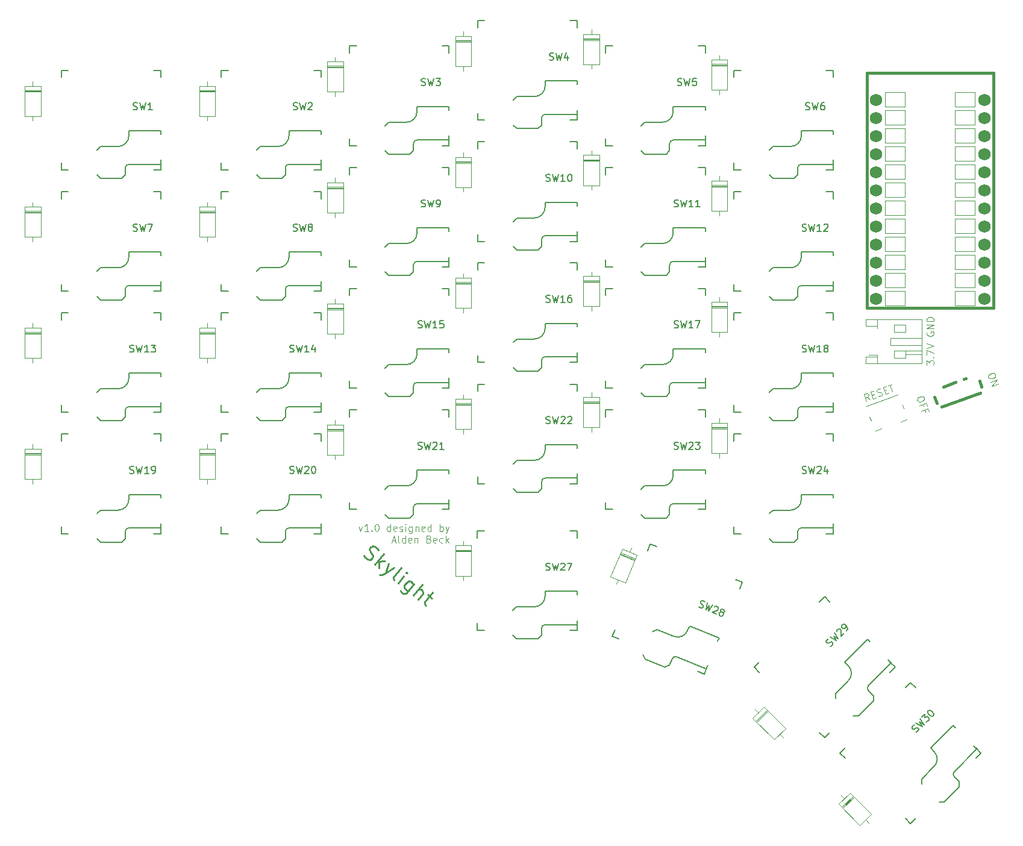
<source format=gbr>
%TF.GenerationSoftware,KiCad,Pcbnew,9.0.0*%
%TF.CreationDate,2025-03-18T17:15:54-04:00*%
%TF.ProjectId,skylight,736b796c-6967-4687-942e-6b696361645f,1.0*%
%TF.SameCoordinates,Original*%
%TF.FileFunction,Legend,Top*%
%TF.FilePolarity,Positive*%
%FSLAX46Y46*%
G04 Gerber Fmt 4.6, Leading zero omitted, Abs format (unit mm)*
G04 Created by KiCad (PCBNEW 9.0.0) date 2025-03-18 17:15:54*
%MOMM*%
%LPD*%
G01*
G04 APERTURE LIST*
%ADD10C,0.250000*%
%ADD11C,0.100000*%
%ADD12C,0.150000*%
%ADD13C,0.120000*%
%ADD14C,0.381000*%
%ADD15C,1.752600*%
G04 APERTURE END LIST*
D10*
X79046602Y-103063274D02*
X79210917Y-103315670D01*
X79210917Y-103315670D02*
X79583587Y-103612105D01*
X79583587Y-103612105D02*
X79791943Y-103656145D01*
X79791943Y-103656145D02*
X79925764Y-103640898D01*
X79925764Y-103640898D02*
X80118872Y-103551117D01*
X80118872Y-103551117D02*
X80237446Y-103402049D01*
X80237446Y-103402049D02*
X80281486Y-103193694D01*
X80281486Y-103193694D02*
X80266239Y-103059872D01*
X80266239Y-103059872D02*
X80176458Y-102866764D01*
X80176458Y-102866764D02*
X79937609Y-102555081D01*
X79937609Y-102555081D02*
X79847828Y-102361973D01*
X79847828Y-102361973D02*
X79832581Y-102228152D01*
X79832581Y-102228152D02*
X79876621Y-102019797D01*
X79876621Y-102019797D02*
X79995195Y-101870728D01*
X79995195Y-101870728D02*
X80188304Y-101780947D01*
X80188304Y-101780947D02*
X80322125Y-101765700D01*
X80322125Y-101765700D02*
X80530480Y-101809740D01*
X80530480Y-101809740D02*
X80903151Y-102106176D01*
X80903151Y-102106176D02*
X81067466Y-102358571D01*
X80552531Y-104382838D02*
X81797560Y-102817621D01*
X81175896Y-103905139D02*
X81148804Y-104857134D01*
X81978823Y-103813657D02*
X80908253Y-103935633D01*
X82500562Y-104228667D02*
X82043213Y-105568580D01*
X83245903Y-104821538D02*
X82043213Y-105568580D01*
X82043213Y-105568580D02*
X81597710Y-105822676D01*
X81597710Y-105822676D02*
X81463888Y-105837923D01*
X81463888Y-105837923D02*
X81255533Y-105793883D01*
X83235759Y-106517174D02*
X83145978Y-106324066D01*
X83145978Y-106324066D02*
X83190018Y-106115710D01*
X83190018Y-106115710D02*
X84257186Y-104774096D01*
X83832032Y-106991471D02*
X84662052Y-105947993D01*
X85077062Y-105426254D02*
X84943240Y-105441502D01*
X84943240Y-105441502D02*
X84958487Y-105575323D01*
X84958487Y-105575323D02*
X85092309Y-105560076D01*
X85092309Y-105560076D02*
X85077062Y-105426254D01*
X85077062Y-105426254D02*
X84958487Y-105575323D01*
X86078200Y-107074448D02*
X85070319Y-108341528D01*
X85070319Y-108341528D02*
X84877211Y-108431309D01*
X84877211Y-108431309D02*
X84743390Y-108446556D01*
X84743390Y-108446556D02*
X84535034Y-108402516D01*
X84535034Y-108402516D02*
X84311432Y-108224655D01*
X84311432Y-108224655D02*
X84221651Y-108031547D01*
X85307468Y-108043392D02*
X85099112Y-107999352D01*
X85099112Y-107999352D02*
X84800976Y-107762203D01*
X84800976Y-107762203D02*
X84711195Y-107569095D01*
X84711195Y-107569095D02*
X84695948Y-107435274D01*
X84695948Y-107435274D02*
X84739988Y-107226918D01*
X84739988Y-107226918D02*
X85095710Y-106779714D01*
X85095710Y-106779714D02*
X85288819Y-106689933D01*
X85288819Y-106689933D02*
X85422640Y-106674686D01*
X85422640Y-106674686D02*
X85630995Y-106718726D01*
X85630995Y-106718726D02*
X85929132Y-106955874D01*
X85929132Y-106955874D02*
X86018913Y-107148982D01*
X85993522Y-108710797D02*
X87238551Y-107145581D01*
X86664329Y-109244381D02*
X87316487Y-108424506D01*
X87316487Y-108424506D02*
X87360527Y-108216151D01*
X87360527Y-108216151D02*
X87270746Y-108023042D01*
X87270746Y-108023042D02*
X87047144Y-107845181D01*
X87047144Y-107845181D02*
X86838788Y-107801141D01*
X86838788Y-107801141D02*
X86704967Y-107816388D01*
X88016087Y-108615913D02*
X88612360Y-109090210D01*
X88654699Y-108272036D02*
X87587531Y-109613650D01*
X87587531Y-109613650D02*
X87543491Y-109822005D01*
X87543491Y-109822005D02*
X87633272Y-110015114D01*
X87633272Y-110015114D02*
X87782340Y-110133688D01*
D11*
X158170038Y-71672306D02*
X158122419Y-71767544D01*
X158122419Y-71767544D02*
X158122419Y-71910401D01*
X158122419Y-71910401D02*
X158170038Y-72053258D01*
X158170038Y-72053258D02*
X158265276Y-72148496D01*
X158265276Y-72148496D02*
X158360514Y-72196115D01*
X158360514Y-72196115D02*
X158550990Y-72243734D01*
X158550990Y-72243734D02*
X158693847Y-72243734D01*
X158693847Y-72243734D02*
X158884323Y-72196115D01*
X158884323Y-72196115D02*
X158979561Y-72148496D01*
X158979561Y-72148496D02*
X159074800Y-72053258D01*
X159074800Y-72053258D02*
X159122419Y-71910401D01*
X159122419Y-71910401D02*
X159122419Y-71815163D01*
X159122419Y-71815163D02*
X159074800Y-71672306D01*
X159074800Y-71672306D02*
X159027180Y-71624687D01*
X159027180Y-71624687D02*
X158693847Y-71624687D01*
X158693847Y-71624687D02*
X158693847Y-71815163D01*
X159122419Y-71196115D02*
X158122419Y-71196115D01*
X158122419Y-71196115D02*
X159122419Y-70624687D01*
X159122419Y-70624687D02*
X158122419Y-70624687D01*
X159122419Y-70148496D02*
X158122419Y-70148496D01*
X158122419Y-70148496D02*
X158122419Y-69910401D01*
X158122419Y-69910401D02*
X158170038Y-69767544D01*
X158170038Y-69767544D02*
X158265276Y-69672306D01*
X158265276Y-69672306D02*
X158360514Y-69624687D01*
X158360514Y-69624687D02*
X158550990Y-69577068D01*
X158550990Y-69577068D02*
X158693847Y-69577068D01*
X158693847Y-69577068D02*
X158884323Y-69624687D01*
X158884323Y-69624687D02*
X158979561Y-69672306D01*
X158979561Y-69672306D02*
X159074800Y-69767544D01*
X159074800Y-69767544D02*
X159122419Y-69910401D01*
X159122419Y-69910401D02*
X159122419Y-70148496D01*
X150178889Y-81180738D02*
X149702792Y-80847272D01*
X149641922Y-81376178D02*
X149299902Y-80436485D01*
X149299902Y-80436485D02*
X149657880Y-80306192D01*
X149657880Y-80306192D02*
X149763661Y-80318366D01*
X149763661Y-80318366D02*
X149824695Y-80346827D01*
X149824695Y-80346827D02*
X149902016Y-80420034D01*
X149902016Y-80420034D02*
X149950876Y-80554276D01*
X149950876Y-80554276D02*
X149938702Y-80660057D01*
X149938702Y-80660057D02*
X149910241Y-80721091D01*
X149910241Y-80721091D02*
X149837033Y-80798412D01*
X149837033Y-80798412D02*
X149479055Y-80928705D01*
X150402461Y-80541938D02*
X150715692Y-80427931D01*
X151029087Y-80871291D02*
X150581615Y-81034158D01*
X150581615Y-81034158D02*
X150239594Y-80094465D01*
X150239594Y-80094465D02*
X150687067Y-79931599D01*
X151370779Y-80696251D02*
X151521307Y-80692138D01*
X151521307Y-80692138D02*
X151745044Y-80610704D01*
X151745044Y-80610704D02*
X151818252Y-80533384D01*
X151818252Y-80533384D02*
X151846712Y-80472350D01*
X151846712Y-80472350D02*
X151858886Y-80366569D01*
X151858886Y-80366569D02*
X151826313Y-80277074D01*
X151826313Y-80277074D02*
X151748992Y-80203866D01*
X151748992Y-80203866D02*
X151687958Y-80175406D01*
X151687958Y-80175406D02*
X151582177Y-80163232D01*
X151582177Y-80163232D02*
X151386901Y-80183631D01*
X151386901Y-80183631D02*
X151281120Y-80171457D01*
X151281120Y-80171457D02*
X151220086Y-80142997D01*
X151220086Y-80142997D02*
X151142765Y-80069789D01*
X151142765Y-80069789D02*
X151110192Y-79980294D01*
X151110192Y-79980294D02*
X151122366Y-79874513D01*
X151122366Y-79874513D02*
X151150827Y-79813479D01*
X151150827Y-79813479D02*
X151224034Y-79736158D01*
X151224034Y-79736158D02*
X151447771Y-79654725D01*
X151447771Y-79654725D02*
X151598299Y-79650612D01*
X152147605Y-79906758D02*
X152460836Y-79792751D01*
X152774231Y-80236111D02*
X152326758Y-80398978D01*
X152326758Y-80398978D02*
X151984738Y-79459285D01*
X151984738Y-79459285D02*
X152432211Y-79296418D01*
X152700694Y-79198698D02*
X153237662Y-79003258D01*
X153311198Y-80040671D02*
X152969178Y-79100978D01*
X167728660Y-77578891D02*
X167793807Y-77757880D01*
X167793807Y-77757880D02*
X167781633Y-77863661D01*
X167781633Y-77863661D02*
X167724712Y-77985729D01*
X167724712Y-77985729D02*
X167562009Y-78095623D01*
X167562009Y-78095623D02*
X167248779Y-78209630D01*
X167248779Y-78209630D02*
X167053503Y-78230029D01*
X167053503Y-78230029D02*
X166931435Y-78173108D01*
X166931435Y-78173108D02*
X166854114Y-78099900D01*
X166854114Y-78099900D02*
X166788968Y-77920911D01*
X166788968Y-77920911D02*
X166801142Y-77815130D01*
X166801142Y-77815130D02*
X166858063Y-77693062D01*
X166858063Y-77693062D02*
X167020765Y-77583168D01*
X167020765Y-77583168D02*
X167333996Y-77469161D01*
X167333996Y-77469161D02*
X167529272Y-77448762D01*
X167529272Y-77448762D02*
X167651340Y-77505683D01*
X167651340Y-77505683D02*
X167728660Y-77578891D01*
X167082128Y-78726362D02*
X168021820Y-78384342D01*
X168021820Y-78384342D02*
X167277568Y-79263329D01*
X167277568Y-79263329D02*
X168217260Y-78921309D01*
X158122419Y-76291353D02*
X158122419Y-75672306D01*
X158122419Y-75672306D02*
X158503371Y-76005639D01*
X158503371Y-76005639D02*
X158503371Y-75862782D01*
X158503371Y-75862782D02*
X158550990Y-75767544D01*
X158550990Y-75767544D02*
X158598609Y-75719925D01*
X158598609Y-75719925D02*
X158693847Y-75672306D01*
X158693847Y-75672306D02*
X158931942Y-75672306D01*
X158931942Y-75672306D02*
X159027180Y-75719925D01*
X159027180Y-75719925D02*
X159074800Y-75767544D01*
X159074800Y-75767544D02*
X159122419Y-75862782D01*
X159122419Y-75862782D02*
X159122419Y-76148496D01*
X159122419Y-76148496D02*
X159074800Y-76243734D01*
X159074800Y-76243734D02*
X159027180Y-76291353D01*
X159027180Y-75243734D02*
X159074800Y-75196115D01*
X159074800Y-75196115D02*
X159122419Y-75243734D01*
X159122419Y-75243734D02*
X159074800Y-75291353D01*
X159074800Y-75291353D02*
X159027180Y-75243734D01*
X159027180Y-75243734D02*
X159122419Y-75243734D01*
X158122419Y-74862782D02*
X158122419Y-74196116D01*
X158122419Y-74196116D02*
X159122419Y-74624687D01*
X158122419Y-73958020D02*
X159122419Y-73624687D01*
X159122419Y-73624687D02*
X158122419Y-73291354D01*
X78324686Y-98995808D02*
X78562781Y-99662475D01*
X78562781Y-99662475D02*
X78800876Y-98995808D01*
X79705638Y-99662475D02*
X79134210Y-99662475D01*
X79419924Y-99662475D02*
X79419924Y-98662475D01*
X79419924Y-98662475D02*
X79324686Y-98805332D01*
X79324686Y-98805332D02*
X79229448Y-98900570D01*
X79229448Y-98900570D02*
X79134210Y-98948189D01*
X80134210Y-99567236D02*
X80181829Y-99614856D01*
X80181829Y-99614856D02*
X80134210Y-99662475D01*
X80134210Y-99662475D02*
X80086591Y-99614856D01*
X80086591Y-99614856D02*
X80134210Y-99567236D01*
X80134210Y-99567236D02*
X80134210Y-99662475D01*
X80800876Y-98662475D02*
X80896114Y-98662475D01*
X80896114Y-98662475D02*
X80991352Y-98710094D01*
X80991352Y-98710094D02*
X81038971Y-98757713D01*
X81038971Y-98757713D02*
X81086590Y-98852951D01*
X81086590Y-98852951D02*
X81134209Y-99043427D01*
X81134209Y-99043427D02*
X81134209Y-99281522D01*
X81134209Y-99281522D02*
X81086590Y-99471998D01*
X81086590Y-99471998D02*
X81038971Y-99567236D01*
X81038971Y-99567236D02*
X80991352Y-99614856D01*
X80991352Y-99614856D02*
X80896114Y-99662475D01*
X80896114Y-99662475D02*
X80800876Y-99662475D01*
X80800876Y-99662475D02*
X80705638Y-99614856D01*
X80705638Y-99614856D02*
X80658019Y-99567236D01*
X80658019Y-99567236D02*
X80610400Y-99471998D01*
X80610400Y-99471998D02*
X80562781Y-99281522D01*
X80562781Y-99281522D02*
X80562781Y-99043427D01*
X80562781Y-99043427D02*
X80610400Y-98852951D01*
X80610400Y-98852951D02*
X80658019Y-98757713D01*
X80658019Y-98757713D02*
X80705638Y-98710094D01*
X80705638Y-98710094D02*
X80800876Y-98662475D01*
X82753257Y-99662475D02*
X82753257Y-98662475D01*
X82753257Y-99614856D02*
X82658019Y-99662475D01*
X82658019Y-99662475D02*
X82467543Y-99662475D01*
X82467543Y-99662475D02*
X82372305Y-99614856D01*
X82372305Y-99614856D02*
X82324686Y-99567236D01*
X82324686Y-99567236D02*
X82277067Y-99471998D01*
X82277067Y-99471998D02*
X82277067Y-99186284D01*
X82277067Y-99186284D02*
X82324686Y-99091046D01*
X82324686Y-99091046D02*
X82372305Y-99043427D01*
X82372305Y-99043427D02*
X82467543Y-98995808D01*
X82467543Y-98995808D02*
X82658019Y-98995808D01*
X82658019Y-98995808D02*
X82753257Y-99043427D01*
X83610400Y-99614856D02*
X83515162Y-99662475D01*
X83515162Y-99662475D02*
X83324686Y-99662475D01*
X83324686Y-99662475D02*
X83229448Y-99614856D01*
X83229448Y-99614856D02*
X83181829Y-99519617D01*
X83181829Y-99519617D02*
X83181829Y-99138665D01*
X83181829Y-99138665D02*
X83229448Y-99043427D01*
X83229448Y-99043427D02*
X83324686Y-98995808D01*
X83324686Y-98995808D02*
X83515162Y-98995808D01*
X83515162Y-98995808D02*
X83610400Y-99043427D01*
X83610400Y-99043427D02*
X83658019Y-99138665D01*
X83658019Y-99138665D02*
X83658019Y-99233903D01*
X83658019Y-99233903D02*
X83181829Y-99329141D01*
X84038972Y-99614856D02*
X84134210Y-99662475D01*
X84134210Y-99662475D02*
X84324686Y-99662475D01*
X84324686Y-99662475D02*
X84419924Y-99614856D01*
X84419924Y-99614856D02*
X84467543Y-99519617D01*
X84467543Y-99519617D02*
X84467543Y-99471998D01*
X84467543Y-99471998D02*
X84419924Y-99376760D01*
X84419924Y-99376760D02*
X84324686Y-99329141D01*
X84324686Y-99329141D02*
X84181829Y-99329141D01*
X84181829Y-99329141D02*
X84086591Y-99281522D01*
X84086591Y-99281522D02*
X84038972Y-99186284D01*
X84038972Y-99186284D02*
X84038972Y-99138665D01*
X84038972Y-99138665D02*
X84086591Y-99043427D01*
X84086591Y-99043427D02*
X84181829Y-98995808D01*
X84181829Y-98995808D02*
X84324686Y-98995808D01*
X84324686Y-98995808D02*
X84419924Y-99043427D01*
X84896115Y-99662475D02*
X84896115Y-98995808D01*
X84896115Y-98662475D02*
X84848496Y-98710094D01*
X84848496Y-98710094D02*
X84896115Y-98757713D01*
X84896115Y-98757713D02*
X84943734Y-98710094D01*
X84943734Y-98710094D02*
X84896115Y-98662475D01*
X84896115Y-98662475D02*
X84896115Y-98757713D01*
X85800876Y-98995808D02*
X85800876Y-99805332D01*
X85800876Y-99805332D02*
X85753257Y-99900570D01*
X85753257Y-99900570D02*
X85705638Y-99948189D01*
X85705638Y-99948189D02*
X85610400Y-99995808D01*
X85610400Y-99995808D02*
X85467543Y-99995808D01*
X85467543Y-99995808D02*
X85372305Y-99948189D01*
X85800876Y-99614856D02*
X85705638Y-99662475D01*
X85705638Y-99662475D02*
X85515162Y-99662475D01*
X85515162Y-99662475D02*
X85419924Y-99614856D01*
X85419924Y-99614856D02*
X85372305Y-99567236D01*
X85372305Y-99567236D02*
X85324686Y-99471998D01*
X85324686Y-99471998D02*
X85324686Y-99186284D01*
X85324686Y-99186284D02*
X85372305Y-99091046D01*
X85372305Y-99091046D02*
X85419924Y-99043427D01*
X85419924Y-99043427D02*
X85515162Y-98995808D01*
X85515162Y-98995808D02*
X85705638Y-98995808D01*
X85705638Y-98995808D02*
X85800876Y-99043427D01*
X86277067Y-98995808D02*
X86277067Y-99662475D01*
X86277067Y-99091046D02*
X86324686Y-99043427D01*
X86324686Y-99043427D02*
X86419924Y-98995808D01*
X86419924Y-98995808D02*
X86562781Y-98995808D01*
X86562781Y-98995808D02*
X86658019Y-99043427D01*
X86658019Y-99043427D02*
X86705638Y-99138665D01*
X86705638Y-99138665D02*
X86705638Y-99662475D01*
X87562781Y-99614856D02*
X87467543Y-99662475D01*
X87467543Y-99662475D02*
X87277067Y-99662475D01*
X87277067Y-99662475D02*
X87181829Y-99614856D01*
X87181829Y-99614856D02*
X87134210Y-99519617D01*
X87134210Y-99519617D02*
X87134210Y-99138665D01*
X87134210Y-99138665D02*
X87181829Y-99043427D01*
X87181829Y-99043427D02*
X87277067Y-98995808D01*
X87277067Y-98995808D02*
X87467543Y-98995808D01*
X87467543Y-98995808D02*
X87562781Y-99043427D01*
X87562781Y-99043427D02*
X87610400Y-99138665D01*
X87610400Y-99138665D02*
X87610400Y-99233903D01*
X87610400Y-99233903D02*
X87134210Y-99329141D01*
X88467543Y-99662475D02*
X88467543Y-98662475D01*
X88467543Y-99614856D02*
X88372305Y-99662475D01*
X88372305Y-99662475D02*
X88181829Y-99662475D01*
X88181829Y-99662475D02*
X88086591Y-99614856D01*
X88086591Y-99614856D02*
X88038972Y-99567236D01*
X88038972Y-99567236D02*
X87991353Y-99471998D01*
X87991353Y-99471998D02*
X87991353Y-99186284D01*
X87991353Y-99186284D02*
X88038972Y-99091046D01*
X88038972Y-99091046D02*
X88086591Y-99043427D01*
X88086591Y-99043427D02*
X88181829Y-98995808D01*
X88181829Y-98995808D02*
X88372305Y-98995808D01*
X88372305Y-98995808D02*
X88467543Y-99043427D01*
X89705639Y-99662475D02*
X89705639Y-98662475D01*
X89705639Y-99043427D02*
X89800877Y-98995808D01*
X89800877Y-98995808D02*
X89991353Y-98995808D01*
X89991353Y-98995808D02*
X90086591Y-99043427D01*
X90086591Y-99043427D02*
X90134210Y-99091046D01*
X90134210Y-99091046D02*
X90181829Y-99186284D01*
X90181829Y-99186284D02*
X90181829Y-99471998D01*
X90181829Y-99471998D02*
X90134210Y-99567236D01*
X90134210Y-99567236D02*
X90086591Y-99614856D01*
X90086591Y-99614856D02*
X89991353Y-99662475D01*
X89991353Y-99662475D02*
X89800877Y-99662475D01*
X89800877Y-99662475D02*
X89705639Y-99614856D01*
X90515163Y-98995808D02*
X90753258Y-99662475D01*
X90991353Y-98995808D02*
X90753258Y-99662475D01*
X90753258Y-99662475D02*
X90658020Y-99900570D01*
X90658020Y-99900570D02*
X90610401Y-99948189D01*
X90610401Y-99948189D02*
X90515163Y-99995808D01*
X82991352Y-100986704D02*
X83467542Y-100986704D01*
X82896114Y-101272419D02*
X83229447Y-100272419D01*
X83229447Y-100272419D02*
X83562780Y-101272419D01*
X84038971Y-101272419D02*
X83943733Y-101224800D01*
X83943733Y-101224800D02*
X83896114Y-101129561D01*
X83896114Y-101129561D02*
X83896114Y-100272419D01*
X84848495Y-101272419D02*
X84848495Y-100272419D01*
X84848495Y-101224800D02*
X84753257Y-101272419D01*
X84753257Y-101272419D02*
X84562781Y-101272419D01*
X84562781Y-101272419D02*
X84467543Y-101224800D01*
X84467543Y-101224800D02*
X84419924Y-101177180D01*
X84419924Y-101177180D02*
X84372305Y-101081942D01*
X84372305Y-101081942D02*
X84372305Y-100796228D01*
X84372305Y-100796228D02*
X84419924Y-100700990D01*
X84419924Y-100700990D02*
X84467543Y-100653371D01*
X84467543Y-100653371D02*
X84562781Y-100605752D01*
X84562781Y-100605752D02*
X84753257Y-100605752D01*
X84753257Y-100605752D02*
X84848495Y-100653371D01*
X85705638Y-101224800D02*
X85610400Y-101272419D01*
X85610400Y-101272419D02*
X85419924Y-101272419D01*
X85419924Y-101272419D02*
X85324686Y-101224800D01*
X85324686Y-101224800D02*
X85277067Y-101129561D01*
X85277067Y-101129561D02*
X85277067Y-100748609D01*
X85277067Y-100748609D02*
X85324686Y-100653371D01*
X85324686Y-100653371D02*
X85419924Y-100605752D01*
X85419924Y-100605752D02*
X85610400Y-100605752D01*
X85610400Y-100605752D02*
X85705638Y-100653371D01*
X85705638Y-100653371D02*
X85753257Y-100748609D01*
X85753257Y-100748609D02*
X85753257Y-100843847D01*
X85753257Y-100843847D02*
X85277067Y-100939085D01*
X86181829Y-100605752D02*
X86181829Y-101272419D01*
X86181829Y-100700990D02*
X86229448Y-100653371D01*
X86229448Y-100653371D02*
X86324686Y-100605752D01*
X86324686Y-100605752D02*
X86467543Y-100605752D01*
X86467543Y-100605752D02*
X86562781Y-100653371D01*
X86562781Y-100653371D02*
X86610400Y-100748609D01*
X86610400Y-100748609D02*
X86610400Y-101272419D01*
X88181829Y-100748609D02*
X88324686Y-100796228D01*
X88324686Y-100796228D02*
X88372305Y-100843847D01*
X88372305Y-100843847D02*
X88419924Y-100939085D01*
X88419924Y-100939085D02*
X88419924Y-101081942D01*
X88419924Y-101081942D02*
X88372305Y-101177180D01*
X88372305Y-101177180D02*
X88324686Y-101224800D01*
X88324686Y-101224800D02*
X88229448Y-101272419D01*
X88229448Y-101272419D02*
X87848496Y-101272419D01*
X87848496Y-101272419D02*
X87848496Y-100272419D01*
X87848496Y-100272419D02*
X88181829Y-100272419D01*
X88181829Y-100272419D02*
X88277067Y-100320038D01*
X88277067Y-100320038D02*
X88324686Y-100367657D01*
X88324686Y-100367657D02*
X88372305Y-100462895D01*
X88372305Y-100462895D02*
X88372305Y-100558133D01*
X88372305Y-100558133D02*
X88324686Y-100653371D01*
X88324686Y-100653371D02*
X88277067Y-100700990D01*
X88277067Y-100700990D02*
X88181829Y-100748609D01*
X88181829Y-100748609D02*
X87848496Y-100748609D01*
X89229448Y-101224800D02*
X89134210Y-101272419D01*
X89134210Y-101272419D02*
X88943734Y-101272419D01*
X88943734Y-101272419D02*
X88848496Y-101224800D01*
X88848496Y-101224800D02*
X88800877Y-101129561D01*
X88800877Y-101129561D02*
X88800877Y-100748609D01*
X88800877Y-100748609D02*
X88848496Y-100653371D01*
X88848496Y-100653371D02*
X88943734Y-100605752D01*
X88943734Y-100605752D02*
X89134210Y-100605752D01*
X89134210Y-100605752D02*
X89229448Y-100653371D01*
X89229448Y-100653371D02*
X89277067Y-100748609D01*
X89277067Y-100748609D02*
X89277067Y-100843847D01*
X89277067Y-100843847D02*
X88800877Y-100939085D01*
X90134210Y-101224800D02*
X90038972Y-101272419D01*
X90038972Y-101272419D02*
X89848496Y-101272419D01*
X89848496Y-101272419D02*
X89753258Y-101224800D01*
X89753258Y-101224800D02*
X89705639Y-101177180D01*
X89705639Y-101177180D02*
X89658020Y-101081942D01*
X89658020Y-101081942D02*
X89658020Y-100796228D01*
X89658020Y-100796228D02*
X89705639Y-100700990D01*
X89705639Y-100700990D02*
X89753258Y-100653371D01*
X89753258Y-100653371D02*
X89848496Y-100605752D01*
X89848496Y-100605752D02*
X90038972Y-100605752D01*
X90038972Y-100605752D02*
X90134210Y-100653371D01*
X90562782Y-101272419D02*
X90562782Y-100272419D01*
X90658020Y-100891466D02*
X90943734Y-101272419D01*
X90943734Y-100605752D02*
X90562782Y-100986704D01*
X157728660Y-80828891D02*
X157793807Y-81007880D01*
X157793807Y-81007880D02*
X157781633Y-81113661D01*
X157781633Y-81113661D02*
X157724712Y-81235729D01*
X157724712Y-81235729D02*
X157562009Y-81345623D01*
X157562009Y-81345623D02*
X157248779Y-81459630D01*
X157248779Y-81459630D02*
X157053503Y-81480029D01*
X157053503Y-81480029D02*
X156931435Y-81423108D01*
X156931435Y-81423108D02*
X156854114Y-81349900D01*
X156854114Y-81349900D02*
X156788968Y-81170911D01*
X156788968Y-81170911D02*
X156801142Y-81065130D01*
X156801142Y-81065130D02*
X156858063Y-80943062D01*
X156858063Y-80943062D02*
X157020765Y-80833168D01*
X157020765Y-80833168D02*
X157333996Y-80719161D01*
X157333996Y-80719161D02*
X157529272Y-80698762D01*
X157529272Y-80698762D02*
X157651340Y-80755683D01*
X157651340Y-80755683D02*
X157728660Y-80828891D01*
X157688354Y-82110439D02*
X157574348Y-81797208D01*
X157082128Y-81976362D02*
X158021820Y-81634342D01*
X158021820Y-81634342D02*
X158184687Y-82081814D01*
X157981515Y-82915890D02*
X157867508Y-82602659D01*
X157375288Y-82781813D02*
X158314981Y-82439793D01*
X158314981Y-82439793D02*
X158477847Y-82887265D01*
D12*
X46135476Y-74452200D02*
X46278333Y-74499819D01*
X46278333Y-74499819D02*
X46516428Y-74499819D01*
X46516428Y-74499819D02*
X46611666Y-74452200D01*
X46611666Y-74452200D02*
X46659285Y-74404580D01*
X46659285Y-74404580D02*
X46706904Y-74309342D01*
X46706904Y-74309342D02*
X46706904Y-74214104D01*
X46706904Y-74214104D02*
X46659285Y-74118866D01*
X46659285Y-74118866D02*
X46611666Y-74071247D01*
X46611666Y-74071247D02*
X46516428Y-74023628D01*
X46516428Y-74023628D02*
X46325952Y-73976009D01*
X46325952Y-73976009D02*
X46230714Y-73928390D01*
X46230714Y-73928390D02*
X46183095Y-73880771D01*
X46183095Y-73880771D02*
X46135476Y-73785533D01*
X46135476Y-73785533D02*
X46135476Y-73690295D01*
X46135476Y-73690295D02*
X46183095Y-73595057D01*
X46183095Y-73595057D02*
X46230714Y-73547438D01*
X46230714Y-73547438D02*
X46325952Y-73499819D01*
X46325952Y-73499819D02*
X46564047Y-73499819D01*
X46564047Y-73499819D02*
X46706904Y-73547438D01*
X47040238Y-73499819D02*
X47278333Y-74499819D01*
X47278333Y-74499819D02*
X47468809Y-73785533D01*
X47468809Y-73785533D02*
X47659285Y-74499819D01*
X47659285Y-74499819D02*
X47897381Y-73499819D01*
X48802142Y-74499819D02*
X48230714Y-74499819D01*
X48516428Y-74499819D02*
X48516428Y-73499819D01*
X48516428Y-73499819D02*
X48421190Y-73642676D01*
X48421190Y-73642676D02*
X48325952Y-73737914D01*
X48325952Y-73737914D02*
X48230714Y-73785533D01*
X49135476Y-73499819D02*
X49754523Y-73499819D01*
X49754523Y-73499819D02*
X49421190Y-73880771D01*
X49421190Y-73880771D02*
X49564047Y-73880771D01*
X49564047Y-73880771D02*
X49659285Y-73928390D01*
X49659285Y-73928390D02*
X49706904Y-73976009D01*
X49706904Y-73976009D02*
X49754523Y-74071247D01*
X49754523Y-74071247D02*
X49754523Y-74309342D01*
X49754523Y-74309342D02*
X49706904Y-74404580D01*
X49706904Y-74404580D02*
X49659285Y-74452200D01*
X49659285Y-74452200D02*
X49564047Y-74499819D01*
X49564047Y-74499819D02*
X49278333Y-74499819D01*
X49278333Y-74499819D02*
X49183095Y-74452200D01*
X49183095Y-74452200D02*
X49135476Y-74404580D01*
X68635476Y-91502200D02*
X68778333Y-91549819D01*
X68778333Y-91549819D02*
X69016428Y-91549819D01*
X69016428Y-91549819D02*
X69111666Y-91502200D01*
X69111666Y-91502200D02*
X69159285Y-91454580D01*
X69159285Y-91454580D02*
X69206904Y-91359342D01*
X69206904Y-91359342D02*
X69206904Y-91264104D01*
X69206904Y-91264104D02*
X69159285Y-91168866D01*
X69159285Y-91168866D02*
X69111666Y-91121247D01*
X69111666Y-91121247D02*
X69016428Y-91073628D01*
X69016428Y-91073628D02*
X68825952Y-91026009D01*
X68825952Y-91026009D02*
X68730714Y-90978390D01*
X68730714Y-90978390D02*
X68683095Y-90930771D01*
X68683095Y-90930771D02*
X68635476Y-90835533D01*
X68635476Y-90835533D02*
X68635476Y-90740295D01*
X68635476Y-90740295D02*
X68683095Y-90645057D01*
X68683095Y-90645057D02*
X68730714Y-90597438D01*
X68730714Y-90597438D02*
X68825952Y-90549819D01*
X68825952Y-90549819D02*
X69064047Y-90549819D01*
X69064047Y-90549819D02*
X69206904Y-90597438D01*
X69540238Y-90549819D02*
X69778333Y-91549819D01*
X69778333Y-91549819D02*
X69968809Y-90835533D01*
X69968809Y-90835533D02*
X70159285Y-91549819D01*
X70159285Y-91549819D02*
X70397381Y-90549819D01*
X70730714Y-90645057D02*
X70778333Y-90597438D01*
X70778333Y-90597438D02*
X70873571Y-90549819D01*
X70873571Y-90549819D02*
X71111666Y-90549819D01*
X71111666Y-90549819D02*
X71206904Y-90597438D01*
X71206904Y-90597438D02*
X71254523Y-90645057D01*
X71254523Y-90645057D02*
X71302142Y-90740295D01*
X71302142Y-90740295D02*
X71302142Y-90835533D01*
X71302142Y-90835533D02*
X71254523Y-90978390D01*
X71254523Y-90978390D02*
X70683095Y-91549819D01*
X70683095Y-91549819D02*
X71302142Y-91549819D01*
X71921190Y-90549819D02*
X72016428Y-90549819D01*
X72016428Y-90549819D02*
X72111666Y-90597438D01*
X72111666Y-90597438D02*
X72159285Y-90645057D01*
X72159285Y-90645057D02*
X72206904Y-90740295D01*
X72206904Y-90740295D02*
X72254523Y-90930771D01*
X72254523Y-90930771D02*
X72254523Y-91168866D01*
X72254523Y-91168866D02*
X72206904Y-91359342D01*
X72206904Y-91359342D02*
X72159285Y-91454580D01*
X72159285Y-91454580D02*
X72111666Y-91502200D01*
X72111666Y-91502200D02*
X72016428Y-91549819D01*
X72016428Y-91549819D02*
X71921190Y-91549819D01*
X71921190Y-91549819D02*
X71825952Y-91502200D01*
X71825952Y-91502200D02*
X71778333Y-91454580D01*
X71778333Y-91454580D02*
X71730714Y-91359342D01*
X71730714Y-91359342D02*
X71683095Y-91168866D01*
X71683095Y-91168866D02*
X71683095Y-90930771D01*
X71683095Y-90930771D02*
X71730714Y-90740295D01*
X71730714Y-90740295D02*
X71778333Y-90645057D01*
X71778333Y-90645057D02*
X71825952Y-90597438D01*
X71825952Y-90597438D02*
X71921190Y-90549819D01*
X86635476Y-88102200D02*
X86778333Y-88149819D01*
X86778333Y-88149819D02*
X87016428Y-88149819D01*
X87016428Y-88149819D02*
X87111666Y-88102200D01*
X87111666Y-88102200D02*
X87159285Y-88054580D01*
X87159285Y-88054580D02*
X87206904Y-87959342D01*
X87206904Y-87959342D02*
X87206904Y-87864104D01*
X87206904Y-87864104D02*
X87159285Y-87768866D01*
X87159285Y-87768866D02*
X87111666Y-87721247D01*
X87111666Y-87721247D02*
X87016428Y-87673628D01*
X87016428Y-87673628D02*
X86825952Y-87626009D01*
X86825952Y-87626009D02*
X86730714Y-87578390D01*
X86730714Y-87578390D02*
X86683095Y-87530771D01*
X86683095Y-87530771D02*
X86635476Y-87435533D01*
X86635476Y-87435533D02*
X86635476Y-87340295D01*
X86635476Y-87340295D02*
X86683095Y-87245057D01*
X86683095Y-87245057D02*
X86730714Y-87197438D01*
X86730714Y-87197438D02*
X86825952Y-87149819D01*
X86825952Y-87149819D02*
X87064047Y-87149819D01*
X87064047Y-87149819D02*
X87206904Y-87197438D01*
X87540238Y-87149819D02*
X87778333Y-88149819D01*
X87778333Y-88149819D02*
X87968809Y-87435533D01*
X87968809Y-87435533D02*
X88159285Y-88149819D01*
X88159285Y-88149819D02*
X88397381Y-87149819D01*
X88730714Y-87245057D02*
X88778333Y-87197438D01*
X88778333Y-87197438D02*
X88873571Y-87149819D01*
X88873571Y-87149819D02*
X89111666Y-87149819D01*
X89111666Y-87149819D02*
X89206904Y-87197438D01*
X89206904Y-87197438D02*
X89254523Y-87245057D01*
X89254523Y-87245057D02*
X89302142Y-87340295D01*
X89302142Y-87340295D02*
X89302142Y-87435533D01*
X89302142Y-87435533D02*
X89254523Y-87578390D01*
X89254523Y-87578390D02*
X88683095Y-88149819D01*
X88683095Y-88149819D02*
X89302142Y-88149819D01*
X90254523Y-88149819D02*
X89683095Y-88149819D01*
X89968809Y-88149819D02*
X89968809Y-87149819D01*
X89968809Y-87149819D02*
X89873571Y-87292676D01*
X89873571Y-87292676D02*
X89778333Y-87387914D01*
X89778333Y-87387914D02*
X89683095Y-87435533D01*
X122635476Y-88102200D02*
X122778333Y-88149819D01*
X122778333Y-88149819D02*
X123016428Y-88149819D01*
X123016428Y-88149819D02*
X123111666Y-88102200D01*
X123111666Y-88102200D02*
X123159285Y-88054580D01*
X123159285Y-88054580D02*
X123206904Y-87959342D01*
X123206904Y-87959342D02*
X123206904Y-87864104D01*
X123206904Y-87864104D02*
X123159285Y-87768866D01*
X123159285Y-87768866D02*
X123111666Y-87721247D01*
X123111666Y-87721247D02*
X123016428Y-87673628D01*
X123016428Y-87673628D02*
X122825952Y-87626009D01*
X122825952Y-87626009D02*
X122730714Y-87578390D01*
X122730714Y-87578390D02*
X122683095Y-87530771D01*
X122683095Y-87530771D02*
X122635476Y-87435533D01*
X122635476Y-87435533D02*
X122635476Y-87340295D01*
X122635476Y-87340295D02*
X122683095Y-87245057D01*
X122683095Y-87245057D02*
X122730714Y-87197438D01*
X122730714Y-87197438D02*
X122825952Y-87149819D01*
X122825952Y-87149819D02*
X123064047Y-87149819D01*
X123064047Y-87149819D02*
X123206904Y-87197438D01*
X123540238Y-87149819D02*
X123778333Y-88149819D01*
X123778333Y-88149819D02*
X123968809Y-87435533D01*
X123968809Y-87435533D02*
X124159285Y-88149819D01*
X124159285Y-88149819D02*
X124397381Y-87149819D01*
X124730714Y-87245057D02*
X124778333Y-87197438D01*
X124778333Y-87197438D02*
X124873571Y-87149819D01*
X124873571Y-87149819D02*
X125111666Y-87149819D01*
X125111666Y-87149819D02*
X125206904Y-87197438D01*
X125206904Y-87197438D02*
X125254523Y-87245057D01*
X125254523Y-87245057D02*
X125302142Y-87340295D01*
X125302142Y-87340295D02*
X125302142Y-87435533D01*
X125302142Y-87435533D02*
X125254523Y-87578390D01*
X125254523Y-87578390D02*
X124683095Y-88149819D01*
X124683095Y-88149819D02*
X125302142Y-88149819D01*
X125635476Y-87149819D02*
X126254523Y-87149819D01*
X126254523Y-87149819D02*
X125921190Y-87530771D01*
X125921190Y-87530771D02*
X126064047Y-87530771D01*
X126064047Y-87530771D02*
X126159285Y-87578390D01*
X126159285Y-87578390D02*
X126206904Y-87626009D01*
X126206904Y-87626009D02*
X126254523Y-87721247D01*
X126254523Y-87721247D02*
X126254523Y-87959342D01*
X126254523Y-87959342D02*
X126206904Y-88054580D01*
X126206904Y-88054580D02*
X126159285Y-88102200D01*
X126159285Y-88102200D02*
X126064047Y-88149819D01*
X126064047Y-88149819D02*
X125778333Y-88149819D01*
X125778333Y-88149819D02*
X125683095Y-88102200D01*
X125683095Y-88102200D02*
X125635476Y-88054580D01*
X140635476Y-74452200D02*
X140778333Y-74499819D01*
X140778333Y-74499819D02*
X141016428Y-74499819D01*
X141016428Y-74499819D02*
X141111666Y-74452200D01*
X141111666Y-74452200D02*
X141159285Y-74404580D01*
X141159285Y-74404580D02*
X141206904Y-74309342D01*
X141206904Y-74309342D02*
X141206904Y-74214104D01*
X141206904Y-74214104D02*
X141159285Y-74118866D01*
X141159285Y-74118866D02*
X141111666Y-74071247D01*
X141111666Y-74071247D02*
X141016428Y-74023628D01*
X141016428Y-74023628D02*
X140825952Y-73976009D01*
X140825952Y-73976009D02*
X140730714Y-73928390D01*
X140730714Y-73928390D02*
X140683095Y-73880771D01*
X140683095Y-73880771D02*
X140635476Y-73785533D01*
X140635476Y-73785533D02*
X140635476Y-73690295D01*
X140635476Y-73690295D02*
X140683095Y-73595057D01*
X140683095Y-73595057D02*
X140730714Y-73547438D01*
X140730714Y-73547438D02*
X140825952Y-73499819D01*
X140825952Y-73499819D02*
X141064047Y-73499819D01*
X141064047Y-73499819D02*
X141206904Y-73547438D01*
X141540238Y-73499819D02*
X141778333Y-74499819D01*
X141778333Y-74499819D02*
X141968809Y-73785533D01*
X141968809Y-73785533D02*
X142159285Y-74499819D01*
X142159285Y-74499819D02*
X142397381Y-73499819D01*
X143302142Y-74499819D02*
X142730714Y-74499819D01*
X143016428Y-74499819D02*
X143016428Y-73499819D01*
X143016428Y-73499819D02*
X142921190Y-73642676D01*
X142921190Y-73642676D02*
X142825952Y-73737914D01*
X142825952Y-73737914D02*
X142730714Y-73785533D01*
X143873571Y-73928390D02*
X143778333Y-73880771D01*
X143778333Y-73880771D02*
X143730714Y-73833152D01*
X143730714Y-73833152D02*
X143683095Y-73737914D01*
X143683095Y-73737914D02*
X143683095Y-73690295D01*
X143683095Y-73690295D02*
X143730714Y-73595057D01*
X143730714Y-73595057D02*
X143778333Y-73547438D01*
X143778333Y-73547438D02*
X143873571Y-73499819D01*
X143873571Y-73499819D02*
X144064047Y-73499819D01*
X144064047Y-73499819D02*
X144159285Y-73547438D01*
X144159285Y-73547438D02*
X144206904Y-73595057D01*
X144206904Y-73595057D02*
X144254523Y-73690295D01*
X144254523Y-73690295D02*
X144254523Y-73737914D01*
X144254523Y-73737914D02*
X144206904Y-73833152D01*
X144206904Y-73833152D02*
X144159285Y-73880771D01*
X144159285Y-73880771D02*
X144064047Y-73928390D01*
X144064047Y-73928390D02*
X143873571Y-73928390D01*
X143873571Y-73928390D02*
X143778333Y-73976009D01*
X143778333Y-73976009D02*
X143730714Y-74023628D01*
X143730714Y-74023628D02*
X143683095Y-74118866D01*
X143683095Y-74118866D02*
X143683095Y-74309342D01*
X143683095Y-74309342D02*
X143730714Y-74404580D01*
X143730714Y-74404580D02*
X143778333Y-74452200D01*
X143778333Y-74452200D02*
X143873571Y-74499819D01*
X143873571Y-74499819D02*
X144064047Y-74499819D01*
X144064047Y-74499819D02*
X144159285Y-74452200D01*
X144159285Y-74452200D02*
X144206904Y-74404580D01*
X144206904Y-74404580D02*
X144254523Y-74309342D01*
X144254523Y-74309342D02*
X144254523Y-74118866D01*
X144254523Y-74118866D02*
X144206904Y-74023628D01*
X144206904Y-74023628D02*
X144159285Y-73976009D01*
X144159285Y-73976009D02*
X144064047Y-73928390D01*
X104635476Y-50452200D02*
X104778333Y-50499819D01*
X104778333Y-50499819D02*
X105016428Y-50499819D01*
X105016428Y-50499819D02*
X105111666Y-50452200D01*
X105111666Y-50452200D02*
X105159285Y-50404580D01*
X105159285Y-50404580D02*
X105206904Y-50309342D01*
X105206904Y-50309342D02*
X105206904Y-50214104D01*
X105206904Y-50214104D02*
X105159285Y-50118866D01*
X105159285Y-50118866D02*
X105111666Y-50071247D01*
X105111666Y-50071247D02*
X105016428Y-50023628D01*
X105016428Y-50023628D02*
X104825952Y-49976009D01*
X104825952Y-49976009D02*
X104730714Y-49928390D01*
X104730714Y-49928390D02*
X104683095Y-49880771D01*
X104683095Y-49880771D02*
X104635476Y-49785533D01*
X104635476Y-49785533D02*
X104635476Y-49690295D01*
X104635476Y-49690295D02*
X104683095Y-49595057D01*
X104683095Y-49595057D02*
X104730714Y-49547438D01*
X104730714Y-49547438D02*
X104825952Y-49499819D01*
X104825952Y-49499819D02*
X105064047Y-49499819D01*
X105064047Y-49499819D02*
X105206904Y-49547438D01*
X105540238Y-49499819D02*
X105778333Y-50499819D01*
X105778333Y-50499819D02*
X105968809Y-49785533D01*
X105968809Y-49785533D02*
X106159285Y-50499819D01*
X106159285Y-50499819D02*
X106397381Y-49499819D01*
X107302142Y-50499819D02*
X106730714Y-50499819D01*
X107016428Y-50499819D02*
X107016428Y-49499819D01*
X107016428Y-49499819D02*
X106921190Y-49642676D01*
X106921190Y-49642676D02*
X106825952Y-49737914D01*
X106825952Y-49737914D02*
X106730714Y-49785533D01*
X107921190Y-49499819D02*
X108016428Y-49499819D01*
X108016428Y-49499819D02*
X108111666Y-49547438D01*
X108111666Y-49547438D02*
X108159285Y-49595057D01*
X108159285Y-49595057D02*
X108206904Y-49690295D01*
X108206904Y-49690295D02*
X108254523Y-49880771D01*
X108254523Y-49880771D02*
X108254523Y-50118866D01*
X108254523Y-50118866D02*
X108206904Y-50309342D01*
X108206904Y-50309342D02*
X108159285Y-50404580D01*
X108159285Y-50404580D02*
X108111666Y-50452200D01*
X108111666Y-50452200D02*
X108016428Y-50499819D01*
X108016428Y-50499819D02*
X107921190Y-50499819D01*
X107921190Y-50499819D02*
X107825952Y-50452200D01*
X107825952Y-50452200D02*
X107778333Y-50404580D01*
X107778333Y-50404580D02*
X107730714Y-50309342D01*
X107730714Y-50309342D02*
X107683095Y-50118866D01*
X107683095Y-50118866D02*
X107683095Y-49880771D01*
X107683095Y-49880771D02*
X107730714Y-49690295D01*
X107730714Y-49690295D02*
X107778333Y-49595057D01*
X107778333Y-49595057D02*
X107825952Y-49547438D01*
X107825952Y-49547438D02*
X107921190Y-49499819D01*
X104615476Y-105102200D02*
X104758333Y-105149819D01*
X104758333Y-105149819D02*
X104996428Y-105149819D01*
X104996428Y-105149819D02*
X105091666Y-105102200D01*
X105091666Y-105102200D02*
X105139285Y-105054580D01*
X105139285Y-105054580D02*
X105186904Y-104959342D01*
X105186904Y-104959342D02*
X105186904Y-104864104D01*
X105186904Y-104864104D02*
X105139285Y-104768866D01*
X105139285Y-104768866D02*
X105091666Y-104721247D01*
X105091666Y-104721247D02*
X104996428Y-104673628D01*
X104996428Y-104673628D02*
X104805952Y-104626009D01*
X104805952Y-104626009D02*
X104710714Y-104578390D01*
X104710714Y-104578390D02*
X104663095Y-104530771D01*
X104663095Y-104530771D02*
X104615476Y-104435533D01*
X104615476Y-104435533D02*
X104615476Y-104340295D01*
X104615476Y-104340295D02*
X104663095Y-104245057D01*
X104663095Y-104245057D02*
X104710714Y-104197438D01*
X104710714Y-104197438D02*
X104805952Y-104149819D01*
X104805952Y-104149819D02*
X105044047Y-104149819D01*
X105044047Y-104149819D02*
X105186904Y-104197438D01*
X105520238Y-104149819D02*
X105758333Y-105149819D01*
X105758333Y-105149819D02*
X105948809Y-104435533D01*
X105948809Y-104435533D02*
X106139285Y-105149819D01*
X106139285Y-105149819D02*
X106377381Y-104149819D01*
X106710714Y-104245057D02*
X106758333Y-104197438D01*
X106758333Y-104197438D02*
X106853571Y-104149819D01*
X106853571Y-104149819D02*
X107091666Y-104149819D01*
X107091666Y-104149819D02*
X107186904Y-104197438D01*
X107186904Y-104197438D02*
X107234523Y-104245057D01*
X107234523Y-104245057D02*
X107282142Y-104340295D01*
X107282142Y-104340295D02*
X107282142Y-104435533D01*
X107282142Y-104435533D02*
X107234523Y-104578390D01*
X107234523Y-104578390D02*
X106663095Y-105149819D01*
X106663095Y-105149819D02*
X107282142Y-105149819D01*
X107615476Y-104149819D02*
X108282142Y-104149819D01*
X108282142Y-104149819D02*
X107853571Y-105149819D01*
X141111667Y-40402200D02*
X141254524Y-40449819D01*
X141254524Y-40449819D02*
X141492619Y-40449819D01*
X141492619Y-40449819D02*
X141587857Y-40402200D01*
X141587857Y-40402200D02*
X141635476Y-40354580D01*
X141635476Y-40354580D02*
X141683095Y-40259342D01*
X141683095Y-40259342D02*
X141683095Y-40164104D01*
X141683095Y-40164104D02*
X141635476Y-40068866D01*
X141635476Y-40068866D02*
X141587857Y-40021247D01*
X141587857Y-40021247D02*
X141492619Y-39973628D01*
X141492619Y-39973628D02*
X141302143Y-39926009D01*
X141302143Y-39926009D02*
X141206905Y-39878390D01*
X141206905Y-39878390D02*
X141159286Y-39830771D01*
X141159286Y-39830771D02*
X141111667Y-39735533D01*
X141111667Y-39735533D02*
X141111667Y-39640295D01*
X141111667Y-39640295D02*
X141159286Y-39545057D01*
X141159286Y-39545057D02*
X141206905Y-39497438D01*
X141206905Y-39497438D02*
X141302143Y-39449819D01*
X141302143Y-39449819D02*
X141540238Y-39449819D01*
X141540238Y-39449819D02*
X141683095Y-39497438D01*
X142016429Y-39449819D02*
X142254524Y-40449819D01*
X142254524Y-40449819D02*
X142445000Y-39735533D01*
X142445000Y-39735533D02*
X142635476Y-40449819D01*
X142635476Y-40449819D02*
X142873572Y-39449819D01*
X143683095Y-39449819D02*
X143492619Y-39449819D01*
X143492619Y-39449819D02*
X143397381Y-39497438D01*
X143397381Y-39497438D02*
X143349762Y-39545057D01*
X143349762Y-39545057D02*
X143254524Y-39687914D01*
X143254524Y-39687914D02*
X143206905Y-39878390D01*
X143206905Y-39878390D02*
X143206905Y-40259342D01*
X143206905Y-40259342D02*
X143254524Y-40354580D01*
X143254524Y-40354580D02*
X143302143Y-40402200D01*
X143302143Y-40402200D02*
X143397381Y-40449819D01*
X143397381Y-40449819D02*
X143587857Y-40449819D01*
X143587857Y-40449819D02*
X143683095Y-40402200D01*
X143683095Y-40402200D02*
X143730714Y-40354580D01*
X143730714Y-40354580D02*
X143778333Y-40259342D01*
X143778333Y-40259342D02*
X143778333Y-40021247D01*
X143778333Y-40021247D02*
X143730714Y-39926009D01*
X143730714Y-39926009D02*
X143683095Y-39878390D01*
X143683095Y-39878390D02*
X143587857Y-39830771D01*
X143587857Y-39830771D02*
X143397381Y-39830771D01*
X143397381Y-39830771D02*
X143302143Y-39878390D01*
X143302143Y-39878390D02*
X143254524Y-39926009D01*
X143254524Y-39926009D02*
X143206905Y-40021247D01*
X46135476Y-91502200D02*
X46278333Y-91549819D01*
X46278333Y-91549819D02*
X46516428Y-91549819D01*
X46516428Y-91549819D02*
X46611666Y-91502200D01*
X46611666Y-91502200D02*
X46659285Y-91454580D01*
X46659285Y-91454580D02*
X46706904Y-91359342D01*
X46706904Y-91359342D02*
X46706904Y-91264104D01*
X46706904Y-91264104D02*
X46659285Y-91168866D01*
X46659285Y-91168866D02*
X46611666Y-91121247D01*
X46611666Y-91121247D02*
X46516428Y-91073628D01*
X46516428Y-91073628D02*
X46325952Y-91026009D01*
X46325952Y-91026009D02*
X46230714Y-90978390D01*
X46230714Y-90978390D02*
X46183095Y-90930771D01*
X46183095Y-90930771D02*
X46135476Y-90835533D01*
X46135476Y-90835533D02*
X46135476Y-90740295D01*
X46135476Y-90740295D02*
X46183095Y-90645057D01*
X46183095Y-90645057D02*
X46230714Y-90597438D01*
X46230714Y-90597438D02*
X46325952Y-90549819D01*
X46325952Y-90549819D02*
X46564047Y-90549819D01*
X46564047Y-90549819D02*
X46706904Y-90597438D01*
X47040238Y-90549819D02*
X47278333Y-91549819D01*
X47278333Y-91549819D02*
X47468809Y-90835533D01*
X47468809Y-90835533D02*
X47659285Y-91549819D01*
X47659285Y-91549819D02*
X47897381Y-90549819D01*
X48802142Y-91549819D02*
X48230714Y-91549819D01*
X48516428Y-91549819D02*
X48516428Y-90549819D01*
X48516428Y-90549819D02*
X48421190Y-90692676D01*
X48421190Y-90692676D02*
X48325952Y-90787914D01*
X48325952Y-90787914D02*
X48230714Y-90835533D01*
X49278333Y-91549819D02*
X49468809Y-91549819D01*
X49468809Y-91549819D02*
X49564047Y-91502200D01*
X49564047Y-91502200D02*
X49611666Y-91454580D01*
X49611666Y-91454580D02*
X49706904Y-91311723D01*
X49706904Y-91311723D02*
X49754523Y-91121247D01*
X49754523Y-91121247D02*
X49754523Y-90740295D01*
X49754523Y-90740295D02*
X49706904Y-90645057D01*
X49706904Y-90645057D02*
X49659285Y-90597438D01*
X49659285Y-90597438D02*
X49564047Y-90549819D01*
X49564047Y-90549819D02*
X49373571Y-90549819D01*
X49373571Y-90549819D02*
X49278333Y-90597438D01*
X49278333Y-90597438D02*
X49230714Y-90645057D01*
X49230714Y-90645057D02*
X49183095Y-90740295D01*
X49183095Y-90740295D02*
X49183095Y-90978390D01*
X49183095Y-90978390D02*
X49230714Y-91073628D01*
X49230714Y-91073628D02*
X49278333Y-91121247D01*
X49278333Y-91121247D02*
X49373571Y-91168866D01*
X49373571Y-91168866D02*
X49564047Y-91168866D01*
X49564047Y-91168866D02*
X49659285Y-91121247D01*
X49659285Y-91121247D02*
X49706904Y-91073628D01*
X49706904Y-91073628D02*
X49754523Y-90978390D01*
X104635476Y-67452200D02*
X104778333Y-67499819D01*
X104778333Y-67499819D02*
X105016428Y-67499819D01*
X105016428Y-67499819D02*
X105111666Y-67452200D01*
X105111666Y-67452200D02*
X105159285Y-67404580D01*
X105159285Y-67404580D02*
X105206904Y-67309342D01*
X105206904Y-67309342D02*
X105206904Y-67214104D01*
X105206904Y-67214104D02*
X105159285Y-67118866D01*
X105159285Y-67118866D02*
X105111666Y-67071247D01*
X105111666Y-67071247D02*
X105016428Y-67023628D01*
X105016428Y-67023628D02*
X104825952Y-66976009D01*
X104825952Y-66976009D02*
X104730714Y-66928390D01*
X104730714Y-66928390D02*
X104683095Y-66880771D01*
X104683095Y-66880771D02*
X104635476Y-66785533D01*
X104635476Y-66785533D02*
X104635476Y-66690295D01*
X104635476Y-66690295D02*
X104683095Y-66595057D01*
X104683095Y-66595057D02*
X104730714Y-66547438D01*
X104730714Y-66547438D02*
X104825952Y-66499819D01*
X104825952Y-66499819D02*
X105064047Y-66499819D01*
X105064047Y-66499819D02*
X105206904Y-66547438D01*
X105540238Y-66499819D02*
X105778333Y-67499819D01*
X105778333Y-67499819D02*
X105968809Y-66785533D01*
X105968809Y-66785533D02*
X106159285Y-67499819D01*
X106159285Y-67499819D02*
X106397381Y-66499819D01*
X107302142Y-67499819D02*
X106730714Y-67499819D01*
X107016428Y-67499819D02*
X107016428Y-66499819D01*
X107016428Y-66499819D02*
X106921190Y-66642676D01*
X106921190Y-66642676D02*
X106825952Y-66737914D01*
X106825952Y-66737914D02*
X106730714Y-66785533D01*
X108159285Y-66499819D02*
X107968809Y-66499819D01*
X107968809Y-66499819D02*
X107873571Y-66547438D01*
X107873571Y-66547438D02*
X107825952Y-66595057D01*
X107825952Y-66595057D02*
X107730714Y-66737914D01*
X107730714Y-66737914D02*
X107683095Y-66928390D01*
X107683095Y-66928390D02*
X107683095Y-67309342D01*
X107683095Y-67309342D02*
X107730714Y-67404580D01*
X107730714Y-67404580D02*
X107778333Y-67452200D01*
X107778333Y-67452200D02*
X107873571Y-67499819D01*
X107873571Y-67499819D02*
X108064047Y-67499819D01*
X108064047Y-67499819D02*
X108159285Y-67452200D01*
X108159285Y-67452200D02*
X108206904Y-67404580D01*
X108206904Y-67404580D02*
X108254523Y-67309342D01*
X108254523Y-67309342D02*
X108254523Y-67071247D01*
X108254523Y-67071247D02*
X108206904Y-66976009D01*
X108206904Y-66976009D02*
X108159285Y-66928390D01*
X108159285Y-66928390D02*
X108064047Y-66880771D01*
X108064047Y-66880771D02*
X107873571Y-66880771D01*
X107873571Y-66880771D02*
X107778333Y-66928390D01*
X107778333Y-66928390D02*
X107730714Y-66976009D01*
X107730714Y-66976009D02*
X107683095Y-67071247D01*
X122635476Y-71052200D02*
X122778333Y-71099819D01*
X122778333Y-71099819D02*
X123016428Y-71099819D01*
X123016428Y-71099819D02*
X123111666Y-71052200D01*
X123111666Y-71052200D02*
X123159285Y-71004580D01*
X123159285Y-71004580D02*
X123206904Y-70909342D01*
X123206904Y-70909342D02*
X123206904Y-70814104D01*
X123206904Y-70814104D02*
X123159285Y-70718866D01*
X123159285Y-70718866D02*
X123111666Y-70671247D01*
X123111666Y-70671247D02*
X123016428Y-70623628D01*
X123016428Y-70623628D02*
X122825952Y-70576009D01*
X122825952Y-70576009D02*
X122730714Y-70528390D01*
X122730714Y-70528390D02*
X122683095Y-70480771D01*
X122683095Y-70480771D02*
X122635476Y-70385533D01*
X122635476Y-70385533D02*
X122635476Y-70290295D01*
X122635476Y-70290295D02*
X122683095Y-70195057D01*
X122683095Y-70195057D02*
X122730714Y-70147438D01*
X122730714Y-70147438D02*
X122825952Y-70099819D01*
X122825952Y-70099819D02*
X123064047Y-70099819D01*
X123064047Y-70099819D02*
X123206904Y-70147438D01*
X123540238Y-70099819D02*
X123778333Y-71099819D01*
X123778333Y-71099819D02*
X123968809Y-70385533D01*
X123968809Y-70385533D02*
X124159285Y-71099819D01*
X124159285Y-71099819D02*
X124397381Y-70099819D01*
X125302142Y-71099819D02*
X124730714Y-71099819D01*
X125016428Y-71099819D02*
X125016428Y-70099819D01*
X125016428Y-70099819D02*
X124921190Y-70242676D01*
X124921190Y-70242676D02*
X124825952Y-70337914D01*
X124825952Y-70337914D02*
X124730714Y-70385533D01*
X125635476Y-70099819D02*
X126302142Y-70099819D01*
X126302142Y-70099819D02*
X125873571Y-71099819D01*
X140635476Y-91502200D02*
X140778333Y-91549819D01*
X140778333Y-91549819D02*
X141016428Y-91549819D01*
X141016428Y-91549819D02*
X141111666Y-91502200D01*
X141111666Y-91502200D02*
X141159285Y-91454580D01*
X141159285Y-91454580D02*
X141206904Y-91359342D01*
X141206904Y-91359342D02*
X141206904Y-91264104D01*
X141206904Y-91264104D02*
X141159285Y-91168866D01*
X141159285Y-91168866D02*
X141111666Y-91121247D01*
X141111666Y-91121247D02*
X141016428Y-91073628D01*
X141016428Y-91073628D02*
X140825952Y-91026009D01*
X140825952Y-91026009D02*
X140730714Y-90978390D01*
X140730714Y-90978390D02*
X140683095Y-90930771D01*
X140683095Y-90930771D02*
X140635476Y-90835533D01*
X140635476Y-90835533D02*
X140635476Y-90740295D01*
X140635476Y-90740295D02*
X140683095Y-90645057D01*
X140683095Y-90645057D02*
X140730714Y-90597438D01*
X140730714Y-90597438D02*
X140825952Y-90549819D01*
X140825952Y-90549819D02*
X141064047Y-90549819D01*
X141064047Y-90549819D02*
X141206904Y-90597438D01*
X141540238Y-90549819D02*
X141778333Y-91549819D01*
X141778333Y-91549819D02*
X141968809Y-90835533D01*
X141968809Y-90835533D02*
X142159285Y-91549819D01*
X142159285Y-91549819D02*
X142397381Y-90549819D01*
X142730714Y-90645057D02*
X142778333Y-90597438D01*
X142778333Y-90597438D02*
X142873571Y-90549819D01*
X142873571Y-90549819D02*
X143111666Y-90549819D01*
X143111666Y-90549819D02*
X143206904Y-90597438D01*
X143206904Y-90597438D02*
X143254523Y-90645057D01*
X143254523Y-90645057D02*
X143302142Y-90740295D01*
X143302142Y-90740295D02*
X143302142Y-90835533D01*
X143302142Y-90835533D02*
X143254523Y-90978390D01*
X143254523Y-90978390D02*
X142683095Y-91549819D01*
X142683095Y-91549819D02*
X143302142Y-91549819D01*
X144159285Y-90883152D02*
X144159285Y-91549819D01*
X143921190Y-90502200D02*
X143683095Y-91216485D01*
X143683095Y-91216485D02*
X144302142Y-91216485D01*
X140635476Y-57452200D02*
X140778333Y-57499819D01*
X140778333Y-57499819D02*
X141016428Y-57499819D01*
X141016428Y-57499819D02*
X141111666Y-57452200D01*
X141111666Y-57452200D02*
X141159285Y-57404580D01*
X141159285Y-57404580D02*
X141206904Y-57309342D01*
X141206904Y-57309342D02*
X141206904Y-57214104D01*
X141206904Y-57214104D02*
X141159285Y-57118866D01*
X141159285Y-57118866D02*
X141111666Y-57071247D01*
X141111666Y-57071247D02*
X141016428Y-57023628D01*
X141016428Y-57023628D02*
X140825952Y-56976009D01*
X140825952Y-56976009D02*
X140730714Y-56928390D01*
X140730714Y-56928390D02*
X140683095Y-56880771D01*
X140683095Y-56880771D02*
X140635476Y-56785533D01*
X140635476Y-56785533D02*
X140635476Y-56690295D01*
X140635476Y-56690295D02*
X140683095Y-56595057D01*
X140683095Y-56595057D02*
X140730714Y-56547438D01*
X140730714Y-56547438D02*
X140825952Y-56499819D01*
X140825952Y-56499819D02*
X141064047Y-56499819D01*
X141064047Y-56499819D02*
X141206904Y-56547438D01*
X141540238Y-56499819D02*
X141778333Y-57499819D01*
X141778333Y-57499819D02*
X141968809Y-56785533D01*
X141968809Y-56785533D02*
X142159285Y-57499819D01*
X142159285Y-57499819D02*
X142397381Y-56499819D01*
X143302142Y-57499819D02*
X142730714Y-57499819D01*
X143016428Y-57499819D02*
X143016428Y-56499819D01*
X143016428Y-56499819D02*
X142921190Y-56642676D01*
X142921190Y-56642676D02*
X142825952Y-56737914D01*
X142825952Y-56737914D02*
X142730714Y-56785533D01*
X143683095Y-56595057D02*
X143730714Y-56547438D01*
X143730714Y-56547438D02*
X143825952Y-56499819D01*
X143825952Y-56499819D02*
X144064047Y-56499819D01*
X144064047Y-56499819D02*
X144159285Y-56547438D01*
X144159285Y-56547438D02*
X144206904Y-56595057D01*
X144206904Y-56595057D02*
X144254523Y-56690295D01*
X144254523Y-56690295D02*
X144254523Y-56785533D01*
X144254523Y-56785533D02*
X144206904Y-56928390D01*
X144206904Y-56928390D02*
X143635476Y-57499819D01*
X143635476Y-57499819D02*
X144254523Y-57499819D01*
X69111667Y-57452200D02*
X69254524Y-57499819D01*
X69254524Y-57499819D02*
X69492619Y-57499819D01*
X69492619Y-57499819D02*
X69587857Y-57452200D01*
X69587857Y-57452200D02*
X69635476Y-57404580D01*
X69635476Y-57404580D02*
X69683095Y-57309342D01*
X69683095Y-57309342D02*
X69683095Y-57214104D01*
X69683095Y-57214104D02*
X69635476Y-57118866D01*
X69635476Y-57118866D02*
X69587857Y-57071247D01*
X69587857Y-57071247D02*
X69492619Y-57023628D01*
X69492619Y-57023628D02*
X69302143Y-56976009D01*
X69302143Y-56976009D02*
X69206905Y-56928390D01*
X69206905Y-56928390D02*
X69159286Y-56880771D01*
X69159286Y-56880771D02*
X69111667Y-56785533D01*
X69111667Y-56785533D02*
X69111667Y-56690295D01*
X69111667Y-56690295D02*
X69159286Y-56595057D01*
X69159286Y-56595057D02*
X69206905Y-56547438D01*
X69206905Y-56547438D02*
X69302143Y-56499819D01*
X69302143Y-56499819D02*
X69540238Y-56499819D01*
X69540238Y-56499819D02*
X69683095Y-56547438D01*
X70016429Y-56499819D02*
X70254524Y-57499819D01*
X70254524Y-57499819D02*
X70445000Y-56785533D01*
X70445000Y-56785533D02*
X70635476Y-57499819D01*
X70635476Y-57499819D02*
X70873572Y-56499819D01*
X71397381Y-56928390D02*
X71302143Y-56880771D01*
X71302143Y-56880771D02*
X71254524Y-56833152D01*
X71254524Y-56833152D02*
X71206905Y-56737914D01*
X71206905Y-56737914D02*
X71206905Y-56690295D01*
X71206905Y-56690295D02*
X71254524Y-56595057D01*
X71254524Y-56595057D02*
X71302143Y-56547438D01*
X71302143Y-56547438D02*
X71397381Y-56499819D01*
X71397381Y-56499819D02*
X71587857Y-56499819D01*
X71587857Y-56499819D02*
X71683095Y-56547438D01*
X71683095Y-56547438D02*
X71730714Y-56595057D01*
X71730714Y-56595057D02*
X71778333Y-56690295D01*
X71778333Y-56690295D02*
X71778333Y-56737914D01*
X71778333Y-56737914D02*
X71730714Y-56833152D01*
X71730714Y-56833152D02*
X71683095Y-56880771D01*
X71683095Y-56880771D02*
X71587857Y-56928390D01*
X71587857Y-56928390D02*
X71397381Y-56928390D01*
X71397381Y-56928390D02*
X71302143Y-56976009D01*
X71302143Y-56976009D02*
X71254524Y-57023628D01*
X71254524Y-57023628D02*
X71206905Y-57118866D01*
X71206905Y-57118866D02*
X71206905Y-57309342D01*
X71206905Y-57309342D02*
X71254524Y-57404580D01*
X71254524Y-57404580D02*
X71302143Y-57452200D01*
X71302143Y-57452200D02*
X71397381Y-57499819D01*
X71397381Y-57499819D02*
X71587857Y-57499819D01*
X71587857Y-57499819D02*
X71683095Y-57452200D01*
X71683095Y-57452200D02*
X71730714Y-57404580D01*
X71730714Y-57404580D02*
X71778333Y-57309342D01*
X71778333Y-57309342D02*
X71778333Y-57118866D01*
X71778333Y-57118866D02*
X71730714Y-57023628D01*
X71730714Y-57023628D02*
X71683095Y-56976009D01*
X71683095Y-56976009D02*
X71587857Y-56928390D01*
X87111667Y-54052200D02*
X87254524Y-54099819D01*
X87254524Y-54099819D02*
X87492619Y-54099819D01*
X87492619Y-54099819D02*
X87587857Y-54052200D01*
X87587857Y-54052200D02*
X87635476Y-54004580D01*
X87635476Y-54004580D02*
X87683095Y-53909342D01*
X87683095Y-53909342D02*
X87683095Y-53814104D01*
X87683095Y-53814104D02*
X87635476Y-53718866D01*
X87635476Y-53718866D02*
X87587857Y-53671247D01*
X87587857Y-53671247D02*
X87492619Y-53623628D01*
X87492619Y-53623628D02*
X87302143Y-53576009D01*
X87302143Y-53576009D02*
X87206905Y-53528390D01*
X87206905Y-53528390D02*
X87159286Y-53480771D01*
X87159286Y-53480771D02*
X87111667Y-53385533D01*
X87111667Y-53385533D02*
X87111667Y-53290295D01*
X87111667Y-53290295D02*
X87159286Y-53195057D01*
X87159286Y-53195057D02*
X87206905Y-53147438D01*
X87206905Y-53147438D02*
X87302143Y-53099819D01*
X87302143Y-53099819D02*
X87540238Y-53099819D01*
X87540238Y-53099819D02*
X87683095Y-53147438D01*
X88016429Y-53099819D02*
X88254524Y-54099819D01*
X88254524Y-54099819D02*
X88445000Y-53385533D01*
X88445000Y-53385533D02*
X88635476Y-54099819D01*
X88635476Y-54099819D02*
X88873572Y-53099819D01*
X89302143Y-54099819D02*
X89492619Y-54099819D01*
X89492619Y-54099819D02*
X89587857Y-54052200D01*
X89587857Y-54052200D02*
X89635476Y-54004580D01*
X89635476Y-54004580D02*
X89730714Y-53861723D01*
X89730714Y-53861723D02*
X89778333Y-53671247D01*
X89778333Y-53671247D02*
X89778333Y-53290295D01*
X89778333Y-53290295D02*
X89730714Y-53195057D01*
X89730714Y-53195057D02*
X89683095Y-53147438D01*
X89683095Y-53147438D02*
X89587857Y-53099819D01*
X89587857Y-53099819D02*
X89397381Y-53099819D01*
X89397381Y-53099819D02*
X89302143Y-53147438D01*
X89302143Y-53147438D02*
X89254524Y-53195057D01*
X89254524Y-53195057D02*
X89206905Y-53290295D01*
X89206905Y-53290295D02*
X89206905Y-53528390D01*
X89206905Y-53528390D02*
X89254524Y-53623628D01*
X89254524Y-53623628D02*
X89302143Y-53671247D01*
X89302143Y-53671247D02*
X89397381Y-53718866D01*
X89397381Y-53718866D02*
X89587857Y-53718866D01*
X89587857Y-53718866D02*
X89683095Y-53671247D01*
X89683095Y-53671247D02*
X89730714Y-53623628D01*
X89730714Y-53623628D02*
X89778333Y-53528390D01*
X126078123Y-110246800D02*
X126191883Y-110345464D01*
X126191883Y-110345464D02*
X126411854Y-110436579D01*
X126411854Y-110436579D02*
X126518065Y-110429031D01*
X126518065Y-110429031D02*
X126580283Y-110403259D01*
X126580283Y-110403259D02*
X126660723Y-110333494D01*
X126660723Y-110333494D02*
X126697169Y-110245505D01*
X126697169Y-110245505D02*
X126689621Y-110139294D01*
X126689621Y-110139294D02*
X126663850Y-110077077D01*
X126663850Y-110077077D02*
X126594084Y-109996636D01*
X126594084Y-109996636D02*
X126436330Y-109879750D01*
X126436330Y-109879750D02*
X126366565Y-109799310D01*
X126366565Y-109799310D02*
X126340793Y-109737092D01*
X126340793Y-109737092D02*
X126333245Y-109630881D01*
X126333245Y-109630881D02*
X126369691Y-109542892D01*
X126369691Y-109542892D02*
X126450131Y-109473127D01*
X126450131Y-109473127D02*
X126512349Y-109447355D01*
X126512349Y-109447355D02*
X126618560Y-109439807D01*
X126618560Y-109439807D02*
X126838532Y-109530922D01*
X126838532Y-109530922D02*
X126952291Y-109629586D01*
X127278474Y-109713153D02*
X127115762Y-110728147D01*
X127115762Y-110728147D02*
X127565085Y-110141125D01*
X127565085Y-110141125D02*
X127467716Y-110873931D01*
X127467716Y-110873931D02*
X128070371Y-110041167D01*
X128341885Y-110256717D02*
X128404102Y-110230945D01*
X128404102Y-110230945D02*
X128510314Y-110223397D01*
X128510314Y-110223397D02*
X128730285Y-110314512D01*
X128730285Y-110314512D02*
X128800050Y-110394953D01*
X128800050Y-110394953D02*
X128825822Y-110457170D01*
X128825822Y-110457170D02*
X128833370Y-110563381D01*
X128833370Y-110563381D02*
X128796924Y-110651370D01*
X128796924Y-110651370D02*
X128698260Y-110765130D01*
X128698260Y-110765130D02*
X127951653Y-111074385D01*
X127951653Y-111074385D02*
X128523578Y-111311284D01*
X129270186Y-111002029D02*
X129200420Y-110921589D01*
X129200420Y-110921589D02*
X129174649Y-110859371D01*
X129174649Y-110859371D02*
X129167101Y-110753160D01*
X129167101Y-110753160D02*
X129185324Y-110709166D01*
X129185324Y-110709166D02*
X129265764Y-110639400D01*
X129265764Y-110639400D02*
X129327982Y-110613629D01*
X129327982Y-110613629D02*
X129434193Y-110606081D01*
X129434193Y-110606081D02*
X129610170Y-110678973D01*
X129610170Y-110678973D02*
X129679936Y-110759413D01*
X129679936Y-110759413D02*
X129705707Y-110821630D01*
X129705707Y-110821630D02*
X129713255Y-110927842D01*
X129713255Y-110927842D02*
X129695032Y-110971836D01*
X129695032Y-110971836D02*
X129614592Y-111041602D01*
X129614592Y-111041602D02*
X129552374Y-111067373D01*
X129552374Y-111067373D02*
X129446163Y-111074921D01*
X129446163Y-111074921D02*
X129270186Y-111002029D01*
X129270186Y-111002029D02*
X129163974Y-111009577D01*
X129163974Y-111009577D02*
X129101757Y-111035348D01*
X129101757Y-111035348D02*
X129021317Y-111105114D01*
X129021317Y-111105114D02*
X128948425Y-111281091D01*
X128948425Y-111281091D02*
X128955973Y-111387303D01*
X128955973Y-111387303D02*
X128981744Y-111449520D01*
X128981744Y-111449520D02*
X129051510Y-111529960D01*
X129051510Y-111529960D02*
X129227487Y-111602852D01*
X129227487Y-111602852D02*
X129333698Y-111595304D01*
X129333698Y-111595304D02*
X129395916Y-111569533D01*
X129395916Y-111569533D02*
X129476356Y-111499767D01*
X129476356Y-111499767D02*
X129549248Y-111323790D01*
X129549248Y-111323790D02*
X129541700Y-111217579D01*
X129541700Y-111217579D02*
X129515928Y-111155361D01*
X129515928Y-111155361D02*
X129446163Y-111074921D01*
X123111667Y-37002200D02*
X123254524Y-37049819D01*
X123254524Y-37049819D02*
X123492619Y-37049819D01*
X123492619Y-37049819D02*
X123587857Y-37002200D01*
X123587857Y-37002200D02*
X123635476Y-36954580D01*
X123635476Y-36954580D02*
X123683095Y-36859342D01*
X123683095Y-36859342D02*
X123683095Y-36764104D01*
X123683095Y-36764104D02*
X123635476Y-36668866D01*
X123635476Y-36668866D02*
X123587857Y-36621247D01*
X123587857Y-36621247D02*
X123492619Y-36573628D01*
X123492619Y-36573628D02*
X123302143Y-36526009D01*
X123302143Y-36526009D02*
X123206905Y-36478390D01*
X123206905Y-36478390D02*
X123159286Y-36430771D01*
X123159286Y-36430771D02*
X123111667Y-36335533D01*
X123111667Y-36335533D02*
X123111667Y-36240295D01*
X123111667Y-36240295D02*
X123159286Y-36145057D01*
X123159286Y-36145057D02*
X123206905Y-36097438D01*
X123206905Y-36097438D02*
X123302143Y-36049819D01*
X123302143Y-36049819D02*
X123540238Y-36049819D01*
X123540238Y-36049819D02*
X123683095Y-36097438D01*
X124016429Y-36049819D02*
X124254524Y-37049819D01*
X124254524Y-37049819D02*
X124445000Y-36335533D01*
X124445000Y-36335533D02*
X124635476Y-37049819D01*
X124635476Y-37049819D02*
X124873572Y-36049819D01*
X125730714Y-36049819D02*
X125254524Y-36049819D01*
X125254524Y-36049819D02*
X125206905Y-36526009D01*
X125206905Y-36526009D02*
X125254524Y-36478390D01*
X125254524Y-36478390D02*
X125349762Y-36430771D01*
X125349762Y-36430771D02*
X125587857Y-36430771D01*
X125587857Y-36430771D02*
X125683095Y-36478390D01*
X125683095Y-36478390D02*
X125730714Y-36526009D01*
X125730714Y-36526009D02*
X125778333Y-36621247D01*
X125778333Y-36621247D02*
X125778333Y-36859342D01*
X125778333Y-36859342D02*
X125730714Y-36954580D01*
X125730714Y-36954580D02*
X125683095Y-37002200D01*
X125683095Y-37002200D02*
X125587857Y-37049819D01*
X125587857Y-37049819D02*
X125349762Y-37049819D01*
X125349762Y-37049819D02*
X125254524Y-37002200D01*
X125254524Y-37002200D02*
X125206905Y-36954580D01*
X122635476Y-54052200D02*
X122778333Y-54099819D01*
X122778333Y-54099819D02*
X123016428Y-54099819D01*
X123016428Y-54099819D02*
X123111666Y-54052200D01*
X123111666Y-54052200D02*
X123159285Y-54004580D01*
X123159285Y-54004580D02*
X123206904Y-53909342D01*
X123206904Y-53909342D02*
X123206904Y-53814104D01*
X123206904Y-53814104D02*
X123159285Y-53718866D01*
X123159285Y-53718866D02*
X123111666Y-53671247D01*
X123111666Y-53671247D02*
X123016428Y-53623628D01*
X123016428Y-53623628D02*
X122825952Y-53576009D01*
X122825952Y-53576009D02*
X122730714Y-53528390D01*
X122730714Y-53528390D02*
X122683095Y-53480771D01*
X122683095Y-53480771D02*
X122635476Y-53385533D01*
X122635476Y-53385533D02*
X122635476Y-53290295D01*
X122635476Y-53290295D02*
X122683095Y-53195057D01*
X122683095Y-53195057D02*
X122730714Y-53147438D01*
X122730714Y-53147438D02*
X122825952Y-53099819D01*
X122825952Y-53099819D02*
X123064047Y-53099819D01*
X123064047Y-53099819D02*
X123206904Y-53147438D01*
X123540238Y-53099819D02*
X123778333Y-54099819D01*
X123778333Y-54099819D02*
X123968809Y-53385533D01*
X123968809Y-53385533D02*
X124159285Y-54099819D01*
X124159285Y-54099819D02*
X124397381Y-53099819D01*
X125302142Y-54099819D02*
X124730714Y-54099819D01*
X125016428Y-54099819D02*
X125016428Y-53099819D01*
X125016428Y-53099819D02*
X124921190Y-53242676D01*
X124921190Y-53242676D02*
X124825952Y-53337914D01*
X124825952Y-53337914D02*
X124730714Y-53385533D01*
X126254523Y-54099819D02*
X125683095Y-54099819D01*
X125968809Y-54099819D02*
X125968809Y-53099819D01*
X125968809Y-53099819D02*
X125873571Y-53242676D01*
X125873571Y-53242676D02*
X125778333Y-53337914D01*
X125778333Y-53337914D02*
X125683095Y-53385533D01*
X46611667Y-57452200D02*
X46754524Y-57499819D01*
X46754524Y-57499819D02*
X46992619Y-57499819D01*
X46992619Y-57499819D02*
X47087857Y-57452200D01*
X47087857Y-57452200D02*
X47135476Y-57404580D01*
X47135476Y-57404580D02*
X47183095Y-57309342D01*
X47183095Y-57309342D02*
X47183095Y-57214104D01*
X47183095Y-57214104D02*
X47135476Y-57118866D01*
X47135476Y-57118866D02*
X47087857Y-57071247D01*
X47087857Y-57071247D02*
X46992619Y-57023628D01*
X46992619Y-57023628D02*
X46802143Y-56976009D01*
X46802143Y-56976009D02*
X46706905Y-56928390D01*
X46706905Y-56928390D02*
X46659286Y-56880771D01*
X46659286Y-56880771D02*
X46611667Y-56785533D01*
X46611667Y-56785533D02*
X46611667Y-56690295D01*
X46611667Y-56690295D02*
X46659286Y-56595057D01*
X46659286Y-56595057D02*
X46706905Y-56547438D01*
X46706905Y-56547438D02*
X46802143Y-56499819D01*
X46802143Y-56499819D02*
X47040238Y-56499819D01*
X47040238Y-56499819D02*
X47183095Y-56547438D01*
X47516429Y-56499819D02*
X47754524Y-57499819D01*
X47754524Y-57499819D02*
X47945000Y-56785533D01*
X47945000Y-56785533D02*
X48135476Y-57499819D01*
X48135476Y-57499819D02*
X48373572Y-56499819D01*
X48659286Y-56499819D02*
X49325952Y-56499819D01*
X49325952Y-56499819D02*
X48897381Y-57499819D01*
X69111667Y-40402200D02*
X69254524Y-40449819D01*
X69254524Y-40449819D02*
X69492619Y-40449819D01*
X69492619Y-40449819D02*
X69587857Y-40402200D01*
X69587857Y-40402200D02*
X69635476Y-40354580D01*
X69635476Y-40354580D02*
X69683095Y-40259342D01*
X69683095Y-40259342D02*
X69683095Y-40164104D01*
X69683095Y-40164104D02*
X69635476Y-40068866D01*
X69635476Y-40068866D02*
X69587857Y-40021247D01*
X69587857Y-40021247D02*
X69492619Y-39973628D01*
X69492619Y-39973628D02*
X69302143Y-39926009D01*
X69302143Y-39926009D02*
X69206905Y-39878390D01*
X69206905Y-39878390D02*
X69159286Y-39830771D01*
X69159286Y-39830771D02*
X69111667Y-39735533D01*
X69111667Y-39735533D02*
X69111667Y-39640295D01*
X69111667Y-39640295D02*
X69159286Y-39545057D01*
X69159286Y-39545057D02*
X69206905Y-39497438D01*
X69206905Y-39497438D02*
X69302143Y-39449819D01*
X69302143Y-39449819D02*
X69540238Y-39449819D01*
X69540238Y-39449819D02*
X69683095Y-39497438D01*
X70016429Y-39449819D02*
X70254524Y-40449819D01*
X70254524Y-40449819D02*
X70445000Y-39735533D01*
X70445000Y-39735533D02*
X70635476Y-40449819D01*
X70635476Y-40449819D02*
X70873572Y-39449819D01*
X71206905Y-39545057D02*
X71254524Y-39497438D01*
X71254524Y-39497438D02*
X71349762Y-39449819D01*
X71349762Y-39449819D02*
X71587857Y-39449819D01*
X71587857Y-39449819D02*
X71683095Y-39497438D01*
X71683095Y-39497438D02*
X71730714Y-39545057D01*
X71730714Y-39545057D02*
X71778333Y-39640295D01*
X71778333Y-39640295D02*
X71778333Y-39735533D01*
X71778333Y-39735533D02*
X71730714Y-39878390D01*
X71730714Y-39878390D02*
X71159286Y-40449819D01*
X71159286Y-40449819D02*
X71778333Y-40449819D01*
X87111667Y-37002200D02*
X87254524Y-37049819D01*
X87254524Y-37049819D02*
X87492619Y-37049819D01*
X87492619Y-37049819D02*
X87587857Y-37002200D01*
X87587857Y-37002200D02*
X87635476Y-36954580D01*
X87635476Y-36954580D02*
X87683095Y-36859342D01*
X87683095Y-36859342D02*
X87683095Y-36764104D01*
X87683095Y-36764104D02*
X87635476Y-36668866D01*
X87635476Y-36668866D02*
X87587857Y-36621247D01*
X87587857Y-36621247D02*
X87492619Y-36573628D01*
X87492619Y-36573628D02*
X87302143Y-36526009D01*
X87302143Y-36526009D02*
X87206905Y-36478390D01*
X87206905Y-36478390D02*
X87159286Y-36430771D01*
X87159286Y-36430771D02*
X87111667Y-36335533D01*
X87111667Y-36335533D02*
X87111667Y-36240295D01*
X87111667Y-36240295D02*
X87159286Y-36145057D01*
X87159286Y-36145057D02*
X87206905Y-36097438D01*
X87206905Y-36097438D02*
X87302143Y-36049819D01*
X87302143Y-36049819D02*
X87540238Y-36049819D01*
X87540238Y-36049819D02*
X87683095Y-36097438D01*
X88016429Y-36049819D02*
X88254524Y-37049819D01*
X88254524Y-37049819D02*
X88445000Y-36335533D01*
X88445000Y-36335533D02*
X88635476Y-37049819D01*
X88635476Y-37049819D02*
X88873572Y-36049819D01*
X89159286Y-36049819D02*
X89778333Y-36049819D01*
X89778333Y-36049819D02*
X89445000Y-36430771D01*
X89445000Y-36430771D02*
X89587857Y-36430771D01*
X89587857Y-36430771D02*
X89683095Y-36478390D01*
X89683095Y-36478390D02*
X89730714Y-36526009D01*
X89730714Y-36526009D02*
X89778333Y-36621247D01*
X89778333Y-36621247D02*
X89778333Y-36859342D01*
X89778333Y-36859342D02*
X89730714Y-36954580D01*
X89730714Y-36954580D02*
X89683095Y-37002200D01*
X89683095Y-37002200D02*
X89587857Y-37049819D01*
X89587857Y-37049819D02*
X89302143Y-37049819D01*
X89302143Y-37049819D02*
X89206905Y-37002200D01*
X89206905Y-37002200D02*
X89159286Y-36954580D01*
X86635476Y-71052200D02*
X86778333Y-71099819D01*
X86778333Y-71099819D02*
X87016428Y-71099819D01*
X87016428Y-71099819D02*
X87111666Y-71052200D01*
X87111666Y-71052200D02*
X87159285Y-71004580D01*
X87159285Y-71004580D02*
X87206904Y-70909342D01*
X87206904Y-70909342D02*
X87206904Y-70814104D01*
X87206904Y-70814104D02*
X87159285Y-70718866D01*
X87159285Y-70718866D02*
X87111666Y-70671247D01*
X87111666Y-70671247D02*
X87016428Y-70623628D01*
X87016428Y-70623628D02*
X86825952Y-70576009D01*
X86825952Y-70576009D02*
X86730714Y-70528390D01*
X86730714Y-70528390D02*
X86683095Y-70480771D01*
X86683095Y-70480771D02*
X86635476Y-70385533D01*
X86635476Y-70385533D02*
X86635476Y-70290295D01*
X86635476Y-70290295D02*
X86683095Y-70195057D01*
X86683095Y-70195057D02*
X86730714Y-70147438D01*
X86730714Y-70147438D02*
X86825952Y-70099819D01*
X86825952Y-70099819D02*
X87064047Y-70099819D01*
X87064047Y-70099819D02*
X87206904Y-70147438D01*
X87540238Y-70099819D02*
X87778333Y-71099819D01*
X87778333Y-71099819D02*
X87968809Y-70385533D01*
X87968809Y-70385533D02*
X88159285Y-71099819D01*
X88159285Y-71099819D02*
X88397381Y-70099819D01*
X89302142Y-71099819D02*
X88730714Y-71099819D01*
X89016428Y-71099819D02*
X89016428Y-70099819D01*
X89016428Y-70099819D02*
X88921190Y-70242676D01*
X88921190Y-70242676D02*
X88825952Y-70337914D01*
X88825952Y-70337914D02*
X88730714Y-70385533D01*
X90206904Y-70099819D02*
X89730714Y-70099819D01*
X89730714Y-70099819D02*
X89683095Y-70576009D01*
X89683095Y-70576009D02*
X89730714Y-70528390D01*
X89730714Y-70528390D02*
X89825952Y-70480771D01*
X89825952Y-70480771D02*
X90064047Y-70480771D01*
X90064047Y-70480771D02*
X90159285Y-70528390D01*
X90159285Y-70528390D02*
X90206904Y-70576009D01*
X90206904Y-70576009D02*
X90254523Y-70671247D01*
X90254523Y-70671247D02*
X90254523Y-70909342D01*
X90254523Y-70909342D02*
X90206904Y-71004580D01*
X90206904Y-71004580D02*
X90159285Y-71052200D01*
X90159285Y-71052200D02*
X90064047Y-71099819D01*
X90064047Y-71099819D02*
X89825952Y-71099819D01*
X89825952Y-71099819D02*
X89730714Y-71052200D01*
X89730714Y-71052200D02*
X89683095Y-71004580D01*
X105111667Y-33402200D02*
X105254524Y-33449819D01*
X105254524Y-33449819D02*
X105492619Y-33449819D01*
X105492619Y-33449819D02*
X105587857Y-33402200D01*
X105587857Y-33402200D02*
X105635476Y-33354580D01*
X105635476Y-33354580D02*
X105683095Y-33259342D01*
X105683095Y-33259342D02*
X105683095Y-33164104D01*
X105683095Y-33164104D02*
X105635476Y-33068866D01*
X105635476Y-33068866D02*
X105587857Y-33021247D01*
X105587857Y-33021247D02*
X105492619Y-32973628D01*
X105492619Y-32973628D02*
X105302143Y-32926009D01*
X105302143Y-32926009D02*
X105206905Y-32878390D01*
X105206905Y-32878390D02*
X105159286Y-32830771D01*
X105159286Y-32830771D02*
X105111667Y-32735533D01*
X105111667Y-32735533D02*
X105111667Y-32640295D01*
X105111667Y-32640295D02*
X105159286Y-32545057D01*
X105159286Y-32545057D02*
X105206905Y-32497438D01*
X105206905Y-32497438D02*
X105302143Y-32449819D01*
X105302143Y-32449819D02*
X105540238Y-32449819D01*
X105540238Y-32449819D02*
X105683095Y-32497438D01*
X106016429Y-32449819D02*
X106254524Y-33449819D01*
X106254524Y-33449819D02*
X106445000Y-32735533D01*
X106445000Y-32735533D02*
X106635476Y-33449819D01*
X106635476Y-33449819D02*
X106873572Y-32449819D01*
X107683095Y-32783152D02*
X107683095Y-33449819D01*
X107445000Y-32402200D02*
X107206905Y-33116485D01*
X107206905Y-33116485D02*
X107825952Y-33116485D01*
X104635476Y-84502200D02*
X104778333Y-84549819D01*
X104778333Y-84549819D02*
X105016428Y-84549819D01*
X105016428Y-84549819D02*
X105111666Y-84502200D01*
X105111666Y-84502200D02*
X105159285Y-84454580D01*
X105159285Y-84454580D02*
X105206904Y-84359342D01*
X105206904Y-84359342D02*
X105206904Y-84264104D01*
X105206904Y-84264104D02*
X105159285Y-84168866D01*
X105159285Y-84168866D02*
X105111666Y-84121247D01*
X105111666Y-84121247D02*
X105016428Y-84073628D01*
X105016428Y-84073628D02*
X104825952Y-84026009D01*
X104825952Y-84026009D02*
X104730714Y-83978390D01*
X104730714Y-83978390D02*
X104683095Y-83930771D01*
X104683095Y-83930771D02*
X104635476Y-83835533D01*
X104635476Y-83835533D02*
X104635476Y-83740295D01*
X104635476Y-83740295D02*
X104683095Y-83645057D01*
X104683095Y-83645057D02*
X104730714Y-83597438D01*
X104730714Y-83597438D02*
X104825952Y-83549819D01*
X104825952Y-83549819D02*
X105064047Y-83549819D01*
X105064047Y-83549819D02*
X105206904Y-83597438D01*
X105540238Y-83549819D02*
X105778333Y-84549819D01*
X105778333Y-84549819D02*
X105968809Y-83835533D01*
X105968809Y-83835533D02*
X106159285Y-84549819D01*
X106159285Y-84549819D02*
X106397381Y-83549819D01*
X106730714Y-83645057D02*
X106778333Y-83597438D01*
X106778333Y-83597438D02*
X106873571Y-83549819D01*
X106873571Y-83549819D02*
X107111666Y-83549819D01*
X107111666Y-83549819D02*
X107206904Y-83597438D01*
X107206904Y-83597438D02*
X107254523Y-83645057D01*
X107254523Y-83645057D02*
X107302142Y-83740295D01*
X107302142Y-83740295D02*
X107302142Y-83835533D01*
X107302142Y-83835533D02*
X107254523Y-83978390D01*
X107254523Y-83978390D02*
X106683095Y-84549819D01*
X106683095Y-84549819D02*
X107302142Y-84549819D01*
X107683095Y-83645057D02*
X107730714Y-83597438D01*
X107730714Y-83597438D02*
X107825952Y-83549819D01*
X107825952Y-83549819D02*
X108064047Y-83549819D01*
X108064047Y-83549819D02*
X108159285Y-83597438D01*
X108159285Y-83597438D02*
X108206904Y-83645057D01*
X108206904Y-83645057D02*
X108254523Y-83740295D01*
X108254523Y-83740295D02*
X108254523Y-83835533D01*
X108254523Y-83835533D02*
X108206904Y-83978390D01*
X108206904Y-83978390D02*
X107635476Y-84549819D01*
X107635476Y-84549819D02*
X108254523Y-84549819D01*
X46611667Y-40402200D02*
X46754524Y-40449819D01*
X46754524Y-40449819D02*
X46992619Y-40449819D01*
X46992619Y-40449819D02*
X47087857Y-40402200D01*
X47087857Y-40402200D02*
X47135476Y-40354580D01*
X47135476Y-40354580D02*
X47183095Y-40259342D01*
X47183095Y-40259342D02*
X47183095Y-40164104D01*
X47183095Y-40164104D02*
X47135476Y-40068866D01*
X47135476Y-40068866D02*
X47087857Y-40021247D01*
X47087857Y-40021247D02*
X46992619Y-39973628D01*
X46992619Y-39973628D02*
X46802143Y-39926009D01*
X46802143Y-39926009D02*
X46706905Y-39878390D01*
X46706905Y-39878390D02*
X46659286Y-39830771D01*
X46659286Y-39830771D02*
X46611667Y-39735533D01*
X46611667Y-39735533D02*
X46611667Y-39640295D01*
X46611667Y-39640295D02*
X46659286Y-39545057D01*
X46659286Y-39545057D02*
X46706905Y-39497438D01*
X46706905Y-39497438D02*
X46802143Y-39449819D01*
X46802143Y-39449819D02*
X47040238Y-39449819D01*
X47040238Y-39449819D02*
X47183095Y-39497438D01*
X47516429Y-39449819D02*
X47754524Y-40449819D01*
X47754524Y-40449819D02*
X47945000Y-39735533D01*
X47945000Y-39735533D02*
X48135476Y-40449819D01*
X48135476Y-40449819D02*
X48373572Y-39449819D01*
X49278333Y-40449819D02*
X48706905Y-40449819D01*
X48992619Y-40449819D02*
X48992619Y-39449819D01*
X48992619Y-39449819D02*
X48897381Y-39592676D01*
X48897381Y-39592676D02*
X48802143Y-39687914D01*
X48802143Y-39687914D02*
X48706905Y-39735533D01*
X68635476Y-74452200D02*
X68778333Y-74499819D01*
X68778333Y-74499819D02*
X69016428Y-74499819D01*
X69016428Y-74499819D02*
X69111666Y-74452200D01*
X69111666Y-74452200D02*
X69159285Y-74404580D01*
X69159285Y-74404580D02*
X69206904Y-74309342D01*
X69206904Y-74309342D02*
X69206904Y-74214104D01*
X69206904Y-74214104D02*
X69159285Y-74118866D01*
X69159285Y-74118866D02*
X69111666Y-74071247D01*
X69111666Y-74071247D02*
X69016428Y-74023628D01*
X69016428Y-74023628D02*
X68825952Y-73976009D01*
X68825952Y-73976009D02*
X68730714Y-73928390D01*
X68730714Y-73928390D02*
X68683095Y-73880771D01*
X68683095Y-73880771D02*
X68635476Y-73785533D01*
X68635476Y-73785533D02*
X68635476Y-73690295D01*
X68635476Y-73690295D02*
X68683095Y-73595057D01*
X68683095Y-73595057D02*
X68730714Y-73547438D01*
X68730714Y-73547438D02*
X68825952Y-73499819D01*
X68825952Y-73499819D02*
X69064047Y-73499819D01*
X69064047Y-73499819D02*
X69206904Y-73547438D01*
X69540238Y-73499819D02*
X69778333Y-74499819D01*
X69778333Y-74499819D02*
X69968809Y-73785533D01*
X69968809Y-73785533D02*
X70159285Y-74499819D01*
X70159285Y-74499819D02*
X70397381Y-73499819D01*
X71302142Y-74499819D02*
X70730714Y-74499819D01*
X71016428Y-74499819D02*
X71016428Y-73499819D01*
X71016428Y-73499819D02*
X70921190Y-73642676D01*
X70921190Y-73642676D02*
X70825952Y-73737914D01*
X70825952Y-73737914D02*
X70730714Y-73785533D01*
X72159285Y-73833152D02*
X72159285Y-74499819D01*
X71921190Y-73452200D02*
X71683095Y-74166485D01*
X71683095Y-74166485D02*
X72302142Y-74166485D01*
X144584576Y-115841273D02*
X144719263Y-115773929D01*
X144719263Y-115773929D02*
X144887622Y-115605571D01*
X144887622Y-115605571D02*
X144921293Y-115504555D01*
X144921293Y-115504555D02*
X144921293Y-115437212D01*
X144921293Y-115437212D02*
X144887622Y-115336197D01*
X144887622Y-115336197D02*
X144820278Y-115268853D01*
X144820278Y-115268853D02*
X144719263Y-115235181D01*
X144719263Y-115235181D02*
X144651919Y-115235181D01*
X144651919Y-115235181D02*
X144550904Y-115268853D01*
X144550904Y-115268853D02*
X144382545Y-115369868D01*
X144382545Y-115369868D02*
X144281530Y-115403540D01*
X144281530Y-115403540D02*
X144214187Y-115403540D01*
X144214187Y-115403540D02*
X144113171Y-115369868D01*
X144113171Y-115369868D02*
X144045828Y-115302525D01*
X144045828Y-115302525D02*
X144012156Y-115201510D01*
X144012156Y-115201510D02*
X144012156Y-115134166D01*
X144012156Y-115134166D02*
X144045828Y-115033151D01*
X144045828Y-115033151D02*
X144214187Y-114864792D01*
X144214187Y-114864792D02*
X144348874Y-114797449D01*
X144550904Y-114528075D02*
X145426370Y-115066823D01*
X145426370Y-115066823D02*
X145055980Y-114427059D01*
X145055980Y-114427059D02*
X145695744Y-114797449D01*
X145695744Y-114797449D02*
X145156996Y-113921983D01*
X145460041Y-113753624D02*
X145460041Y-113686281D01*
X145460041Y-113686281D02*
X145493713Y-113585266D01*
X145493713Y-113585266D02*
X145662072Y-113416907D01*
X145662072Y-113416907D02*
X145763087Y-113383235D01*
X145763087Y-113383235D02*
X145830431Y-113383235D01*
X145830431Y-113383235D02*
X145931446Y-113416907D01*
X145931446Y-113416907D02*
X145998789Y-113484250D01*
X145998789Y-113484250D02*
X146066133Y-113618937D01*
X146066133Y-113618937D02*
X146066133Y-114427059D01*
X146066133Y-114427059D02*
X146503866Y-113989327D01*
X146840583Y-113652609D02*
X146975270Y-113517922D01*
X146975270Y-113517922D02*
X147008942Y-113416907D01*
X147008942Y-113416907D02*
X147008942Y-113349563D01*
X147008942Y-113349563D02*
X146975270Y-113181205D01*
X146975270Y-113181205D02*
X146874255Y-113012846D01*
X146874255Y-113012846D02*
X146604881Y-112743472D01*
X146604881Y-112743472D02*
X146503866Y-112709800D01*
X146503866Y-112709800D02*
X146436522Y-112709800D01*
X146436522Y-112709800D02*
X146335507Y-112743472D01*
X146335507Y-112743472D02*
X146200820Y-112878159D01*
X146200820Y-112878159D02*
X146167148Y-112979174D01*
X146167148Y-112979174D02*
X146167148Y-113046518D01*
X146167148Y-113046518D02*
X146200820Y-113147533D01*
X146200820Y-113147533D02*
X146369179Y-113315892D01*
X146369179Y-113315892D02*
X146470194Y-113349563D01*
X146470194Y-113349563D02*
X146537537Y-113349563D01*
X146537537Y-113349563D02*
X146638553Y-113315892D01*
X146638553Y-113315892D02*
X146773240Y-113181205D01*
X146773240Y-113181205D02*
X146806911Y-113080189D01*
X146806911Y-113080189D02*
X146806911Y-113012846D01*
X146806911Y-113012846D02*
X146773240Y-112911831D01*
X156645524Y-127910024D02*
X156780211Y-127842680D01*
X156780211Y-127842680D02*
X156948570Y-127674322D01*
X156948570Y-127674322D02*
X156982241Y-127573306D01*
X156982241Y-127573306D02*
X156982241Y-127505963D01*
X156982241Y-127505963D02*
X156948570Y-127404948D01*
X156948570Y-127404948D02*
X156881226Y-127337604D01*
X156881226Y-127337604D02*
X156780211Y-127303932D01*
X156780211Y-127303932D02*
X156712867Y-127303932D01*
X156712867Y-127303932D02*
X156611852Y-127337604D01*
X156611852Y-127337604D02*
X156443493Y-127438619D01*
X156443493Y-127438619D02*
X156342478Y-127472291D01*
X156342478Y-127472291D02*
X156275135Y-127472291D01*
X156275135Y-127472291D02*
X156174119Y-127438619D01*
X156174119Y-127438619D02*
X156106776Y-127371276D01*
X156106776Y-127371276D02*
X156073104Y-127270261D01*
X156073104Y-127270261D02*
X156073104Y-127202917D01*
X156073104Y-127202917D02*
X156106776Y-127101902D01*
X156106776Y-127101902D02*
X156275135Y-126933543D01*
X156275135Y-126933543D02*
X156409822Y-126866200D01*
X156611852Y-126596826D02*
X157487318Y-127135574D01*
X157487318Y-127135574D02*
X157116928Y-126495810D01*
X157116928Y-126495810D02*
X157756692Y-126866200D01*
X157756692Y-126866200D02*
X157217944Y-125990734D01*
X157419974Y-125788704D02*
X157857707Y-125350971D01*
X157857707Y-125350971D02*
X157891379Y-125856047D01*
X157891379Y-125856047D02*
X157992394Y-125755032D01*
X157992394Y-125755032D02*
X158093409Y-125721360D01*
X158093409Y-125721360D02*
X158160753Y-125721360D01*
X158160753Y-125721360D02*
X158261768Y-125755032D01*
X158261768Y-125755032D02*
X158430127Y-125923391D01*
X158430127Y-125923391D02*
X158463798Y-126024406D01*
X158463798Y-126024406D02*
X158463798Y-126091749D01*
X158463798Y-126091749D02*
X158430127Y-126192765D01*
X158430127Y-126192765D02*
X158228096Y-126394795D01*
X158228096Y-126394795D02*
X158127081Y-126428467D01*
X158127081Y-126428467D02*
X158059737Y-126428467D01*
X158295440Y-124913238D02*
X158362783Y-124845895D01*
X158362783Y-124845895D02*
X158463798Y-124812223D01*
X158463798Y-124812223D02*
X158531142Y-124812223D01*
X158531142Y-124812223D02*
X158632157Y-124845895D01*
X158632157Y-124845895D02*
X158800516Y-124946910D01*
X158800516Y-124946910D02*
X158968875Y-125115269D01*
X158968875Y-125115269D02*
X159069890Y-125283627D01*
X159069890Y-125283627D02*
X159103562Y-125384643D01*
X159103562Y-125384643D02*
X159103562Y-125451986D01*
X159103562Y-125451986D02*
X159069890Y-125553001D01*
X159069890Y-125553001D02*
X159002546Y-125620345D01*
X159002546Y-125620345D02*
X158901531Y-125654017D01*
X158901531Y-125654017D02*
X158834188Y-125654017D01*
X158834188Y-125654017D02*
X158733172Y-125620345D01*
X158733172Y-125620345D02*
X158564814Y-125519330D01*
X158564814Y-125519330D02*
X158396455Y-125350971D01*
X158396455Y-125350971D02*
X158295440Y-125182612D01*
X158295440Y-125182612D02*
X158261768Y-125081597D01*
X158261768Y-125081597D02*
X158261768Y-125014253D01*
X158261768Y-125014253D02*
X158295440Y-124913238D01*
D13*
%TO.C,D10*%
X91880000Y-47090000D02*
X91880000Y-51330000D01*
X91880000Y-51330000D02*
X94120000Y-51330000D01*
X93000000Y-46440000D02*
X93000000Y-47090000D01*
X93000000Y-51980000D02*
X93000000Y-51330000D01*
X94120000Y-47090000D02*
X91880000Y-47090000D01*
X94120000Y-47690000D02*
X91880000Y-47690000D01*
X94120000Y-47810000D02*
X91880000Y-47810000D01*
X94120000Y-47930000D02*
X91880000Y-47930000D01*
X94120000Y-51330000D02*
X94120000Y-47090000D01*
%TO.C,REF\u002A\u002A11*%
X162100000Y-65960000D02*
X164900000Y-65960000D01*
X162100000Y-67960000D02*
X162100000Y-65960000D01*
X164900000Y-65960000D02*
X164900000Y-67960000D01*
X164900000Y-67960000D02*
X162100000Y-67960000D01*
D12*
%TO.C,SW13*%
X46000000Y-78150000D02*
G75*
G02*
X44500000Y-79650000I-1500000J0D01*
G01*
X45500000Y-82650000D02*
G75*
G02*
X46000000Y-82150000I500000J0D01*
G01*
X50500000Y-82950000D02*
X49500000Y-82950000D01*
X50500000Y-82150000D02*
X46000000Y-82150000D01*
X50500000Y-81950000D02*
X50500000Y-82950000D01*
X50500000Y-81550000D02*
X50500000Y-82150000D01*
X50500000Y-77450000D02*
X50500000Y-77950000D01*
X50500000Y-68950000D02*
X50500000Y-69950000D01*
X49500000Y-68950000D02*
X50500000Y-68950000D01*
X46000000Y-78150000D02*
X46000000Y-77450000D01*
X46000000Y-77450000D02*
X50500000Y-77450000D01*
X45500000Y-82650000D02*
X45500000Y-83650000D01*
X45000000Y-84150000D02*
X45500000Y-83650000D01*
X42000000Y-84150000D02*
X45000000Y-84150000D01*
X42000000Y-79650000D02*
X44500000Y-79650000D01*
X41500000Y-83650000D02*
X42000000Y-84150000D01*
X41500000Y-80150000D02*
X42000000Y-79650000D01*
X37500000Y-82950000D02*
X36500000Y-82950000D01*
X36500000Y-82950000D02*
X36500000Y-81950000D01*
X36500000Y-69950000D02*
X36500000Y-68950000D01*
X36500000Y-68950000D02*
X37500000Y-68950000D01*
%TO.C,SW20*%
X59000000Y-86000000D02*
X60000000Y-86000000D01*
X59000000Y-87000000D02*
X59000000Y-86000000D01*
X59000000Y-100000000D02*
X59000000Y-99000000D01*
X60000000Y-100000000D02*
X59000000Y-100000000D01*
X64000000Y-97200000D02*
X64500000Y-96700000D01*
X64000000Y-100700000D02*
X64500000Y-101200000D01*
X64500000Y-96700000D02*
X67000000Y-96700000D01*
X64500000Y-101200000D02*
X67500000Y-101200000D01*
X67500000Y-101200000D02*
X68000000Y-100700000D01*
X68000000Y-99700000D02*
X68000000Y-100700000D01*
X68500000Y-94500000D02*
X73000000Y-94500000D01*
X68500000Y-95200000D02*
X68500000Y-94500000D01*
X72000000Y-86000000D02*
X73000000Y-86000000D01*
X73000000Y-86000000D02*
X73000000Y-87000000D01*
X73000000Y-94500000D02*
X73000000Y-95000000D01*
X73000000Y-98600000D02*
X73000000Y-99200000D01*
X73000000Y-99000000D02*
X73000000Y-100000000D01*
X73000000Y-99200000D02*
X68500000Y-99200000D01*
X73000000Y-100000000D02*
X72000000Y-100000000D01*
X68000000Y-99700000D02*
G75*
G02*
X68500000Y-99200000I500000J0D01*
G01*
X68500000Y-95200000D02*
G75*
G02*
X67000000Y-96700000I-1500000J0D01*
G01*
D13*
%TO.C,D19*%
X31380000Y-88090000D02*
X31380000Y-92330000D01*
X31380000Y-92330000D02*
X33620000Y-92330000D01*
X32500000Y-87440000D02*
X32500000Y-88090000D01*
X32500000Y-92980000D02*
X32500000Y-92330000D01*
X33620000Y-88090000D02*
X31380000Y-88090000D01*
X33620000Y-88690000D02*
X31380000Y-88690000D01*
X33620000Y-88810000D02*
X31380000Y-88810000D01*
X33620000Y-88930000D02*
X31380000Y-88930000D01*
X33620000Y-92330000D02*
X33620000Y-88090000D01*
D12*
%TO.C,SW21*%
X77000000Y-82600000D02*
X78000000Y-82600000D01*
X77000000Y-83600000D02*
X77000000Y-82600000D01*
X77000000Y-96600000D02*
X77000000Y-95600000D01*
X78000000Y-96600000D02*
X77000000Y-96600000D01*
X82000000Y-93800000D02*
X82500000Y-93300000D01*
X82000000Y-97300000D02*
X82500000Y-97800000D01*
X82500000Y-93300000D02*
X85000000Y-93300000D01*
X82500000Y-97800000D02*
X85500000Y-97800000D01*
X85500000Y-97800000D02*
X86000000Y-97300000D01*
X86000000Y-96300000D02*
X86000000Y-97300000D01*
X86500000Y-91100000D02*
X91000000Y-91100000D01*
X86500000Y-91800000D02*
X86500000Y-91100000D01*
X90000000Y-82600000D02*
X91000000Y-82600000D01*
X91000000Y-82600000D02*
X91000000Y-83600000D01*
X91000000Y-91100000D02*
X91000000Y-91600000D01*
X91000000Y-95200000D02*
X91000000Y-95800000D01*
X91000000Y-95600000D02*
X91000000Y-96600000D01*
X91000000Y-95800000D02*
X86500000Y-95800000D01*
X91000000Y-96600000D02*
X90000000Y-96600000D01*
X86000000Y-96300000D02*
G75*
G02*
X86500000Y-95800000I500000J0D01*
G01*
X86500000Y-91800000D02*
G75*
G02*
X85000000Y-93300000I-1500000J0D01*
G01*
D13*
%TO.C,D21*%
X73880000Y-84690000D02*
X73880000Y-88930000D01*
X73880000Y-88930000D02*
X76120000Y-88930000D01*
X75000000Y-84040000D02*
X75000000Y-84690000D01*
X75000000Y-89580000D02*
X75000000Y-88930000D01*
X76120000Y-84690000D02*
X73880000Y-84690000D01*
X76120000Y-85290000D02*
X73880000Y-85290000D01*
X76120000Y-85410000D02*
X73880000Y-85410000D01*
X76120000Y-85530000D02*
X73880000Y-85530000D01*
X76120000Y-88930000D02*
X76120000Y-84690000D01*
D12*
%TO.C,SW23*%
X113000000Y-82600000D02*
X114000000Y-82600000D01*
X113000000Y-83600000D02*
X113000000Y-82600000D01*
X113000000Y-96600000D02*
X113000000Y-95600000D01*
X114000000Y-96600000D02*
X113000000Y-96600000D01*
X118000000Y-93800000D02*
X118500000Y-93300000D01*
X118000000Y-97300000D02*
X118500000Y-97800000D01*
X118500000Y-93300000D02*
X121000000Y-93300000D01*
X118500000Y-97800000D02*
X121500000Y-97800000D01*
X121500000Y-97800000D02*
X122000000Y-97300000D01*
X122000000Y-96300000D02*
X122000000Y-97300000D01*
X122500000Y-91100000D02*
X127000000Y-91100000D01*
X122500000Y-91800000D02*
X122500000Y-91100000D01*
X126000000Y-82600000D02*
X127000000Y-82600000D01*
X127000000Y-82600000D02*
X127000000Y-83600000D01*
X127000000Y-91100000D02*
X127000000Y-91600000D01*
X127000000Y-95200000D02*
X127000000Y-95800000D01*
X127000000Y-95600000D02*
X127000000Y-96600000D01*
X127000000Y-95800000D02*
X122500000Y-95800000D01*
X127000000Y-96600000D02*
X126000000Y-96600000D01*
X122000000Y-96300000D02*
G75*
G02*
X122500000Y-95800000I500000J0D01*
G01*
X122500000Y-91800000D02*
G75*
G02*
X121000000Y-93300000I-1500000J0D01*
G01*
D13*
%TO.C,D20*%
X55880000Y-88090000D02*
X55880000Y-92330000D01*
X55880000Y-92330000D02*
X58120000Y-92330000D01*
X57000000Y-87440000D02*
X57000000Y-88090000D01*
X57000000Y-92980000D02*
X57000000Y-92330000D01*
X58120000Y-88090000D02*
X55880000Y-88090000D01*
X58120000Y-88690000D02*
X55880000Y-88690000D01*
X58120000Y-88810000D02*
X55880000Y-88810000D01*
X58120000Y-88930000D02*
X55880000Y-88930000D01*
X58120000Y-92330000D02*
X58120000Y-88090000D01*
%TO.C,REF\u002A\u002A2*%
X152300000Y-63380000D02*
X155100000Y-63380000D01*
X152300000Y-65380000D02*
X152300000Y-63380000D01*
X155100000Y-63380000D02*
X155100000Y-65380000D01*
X155100000Y-65380000D02*
X152300000Y-65380000D01*
%TO.C,REF\u002A\u002A6*%
X152300000Y-53220000D02*
X155100000Y-53220000D01*
X152300000Y-55220000D02*
X152300000Y-53220000D01*
X155100000Y-53220000D02*
X155100000Y-55220000D01*
X155100000Y-55220000D02*
X152300000Y-55220000D01*
D12*
%TO.C,SW18*%
X131000000Y-68950000D02*
X132000000Y-68950000D01*
X131000000Y-69950000D02*
X131000000Y-68950000D01*
X131000000Y-82950000D02*
X131000000Y-81950000D01*
X132000000Y-82950000D02*
X131000000Y-82950000D01*
X136000000Y-80150000D02*
X136500000Y-79650000D01*
X136000000Y-83650000D02*
X136500000Y-84150000D01*
X136500000Y-79650000D02*
X139000000Y-79650000D01*
X136500000Y-84150000D02*
X139500000Y-84150000D01*
X139500000Y-84150000D02*
X140000000Y-83650000D01*
X140000000Y-82650000D02*
X140000000Y-83650000D01*
X140500000Y-77450000D02*
X145000000Y-77450000D01*
X140500000Y-78150000D02*
X140500000Y-77450000D01*
X144000000Y-68950000D02*
X145000000Y-68950000D01*
X145000000Y-68950000D02*
X145000000Y-69950000D01*
X145000000Y-77450000D02*
X145000000Y-77950000D01*
X145000000Y-81550000D02*
X145000000Y-82150000D01*
X145000000Y-81950000D02*
X145000000Y-82950000D01*
X145000000Y-82150000D02*
X140500000Y-82150000D01*
X145000000Y-82950000D02*
X144000000Y-82950000D01*
X140000000Y-82650000D02*
G75*
G02*
X140500000Y-82150000I500000J0D01*
G01*
X140500000Y-78150000D02*
G75*
G02*
X139000000Y-79650000I-1500000J0D01*
G01*
%TO.C,SW10*%
X95000000Y-44950000D02*
X96000000Y-44950000D01*
X95000000Y-45950000D02*
X95000000Y-44950000D01*
X95000000Y-58950000D02*
X95000000Y-57950000D01*
X96000000Y-58950000D02*
X95000000Y-58950000D01*
X100000000Y-56150000D02*
X100500000Y-55650000D01*
X100000000Y-59650000D02*
X100500000Y-60150000D01*
X100500000Y-55650000D02*
X103000000Y-55650000D01*
X100500000Y-60150000D02*
X103500000Y-60150000D01*
X103500000Y-60150000D02*
X104000000Y-59650000D01*
X104000000Y-58650000D02*
X104000000Y-59650000D01*
X104500000Y-53450000D02*
X109000000Y-53450000D01*
X104500000Y-54150000D02*
X104500000Y-53450000D01*
X108000000Y-44950000D02*
X109000000Y-44950000D01*
X109000000Y-44950000D02*
X109000000Y-45950000D01*
X109000000Y-53450000D02*
X109000000Y-53950000D01*
X109000000Y-57550000D02*
X109000000Y-58150000D01*
X109000000Y-57950000D02*
X109000000Y-58950000D01*
X109000000Y-58150000D02*
X104500000Y-58150000D01*
X109000000Y-58950000D02*
X108000000Y-58950000D01*
X104000000Y-58650000D02*
G75*
G02*
X104500000Y-58150000I500000J0D01*
G01*
X104500000Y-54150000D02*
G75*
G02*
X103000000Y-55650000I-1500000J0D01*
G01*
D13*
%TO.C,D18*%
X127880000Y-67440000D02*
X127880000Y-71680000D01*
X127880000Y-71680000D02*
X130120000Y-71680000D01*
X129000000Y-66790000D02*
X129000000Y-67440000D01*
X129000000Y-72330000D02*
X129000000Y-71680000D01*
X130120000Y-67440000D02*
X127880000Y-67440000D01*
X130120000Y-68040000D02*
X127880000Y-68040000D01*
X130120000Y-68160000D02*
X127880000Y-68160000D01*
X130120000Y-68280000D02*
X127880000Y-68280000D01*
X130120000Y-71680000D02*
X130120000Y-67440000D01*
%TO.C,D11*%
X109880000Y-46820000D02*
X109880000Y-51060000D01*
X109880000Y-51060000D02*
X112120000Y-51060000D01*
X111000000Y-46170000D02*
X111000000Y-46820000D01*
X111000000Y-51710000D02*
X111000000Y-51060000D01*
X112120000Y-46820000D02*
X109880000Y-46820000D01*
X112120000Y-47420000D02*
X109880000Y-47420000D01*
X112120000Y-47540000D02*
X109880000Y-47540000D01*
X112120000Y-47660000D02*
X109880000Y-47660000D01*
X112120000Y-51060000D02*
X112120000Y-46820000D01*
%TO.C,D14*%
X55880000Y-71090000D02*
X55880000Y-75330000D01*
X55880000Y-75330000D02*
X58120000Y-75330000D01*
X57000000Y-70440000D02*
X57000000Y-71090000D01*
X57000000Y-75980000D02*
X57000000Y-75330000D01*
X58120000Y-71090000D02*
X55880000Y-71090000D01*
X58120000Y-71690000D02*
X55880000Y-71690000D01*
X58120000Y-71810000D02*
X55880000Y-71810000D01*
X58120000Y-71930000D02*
X55880000Y-71930000D01*
X58120000Y-75330000D02*
X58120000Y-71090000D01*
%TO.C,REF\u002A\u002A7*%
X152300000Y-50680000D02*
X155100000Y-50680000D01*
X152300000Y-52680000D02*
X152300000Y-50680000D01*
X155100000Y-50680000D02*
X155100000Y-52680000D01*
X155100000Y-52680000D02*
X152300000Y-52680000D01*
D12*
%TO.C,SW27*%
X94980000Y-99600000D02*
X95980000Y-99600000D01*
X94980000Y-100600000D02*
X94980000Y-99600000D01*
X94980000Y-113600000D02*
X94980000Y-112600000D01*
X95980000Y-113600000D02*
X94980000Y-113600000D01*
X99980000Y-110800000D02*
X100480000Y-110300000D01*
X99980000Y-114300000D02*
X100480000Y-114800000D01*
X100480000Y-110300000D02*
X102980000Y-110300000D01*
X100480000Y-114800000D02*
X103480000Y-114800000D01*
X103480000Y-114800000D02*
X103980000Y-114300000D01*
X103980000Y-113300000D02*
X103980000Y-114300000D01*
X104480000Y-108100000D02*
X108980000Y-108100000D01*
X104480000Y-108800000D02*
X104480000Y-108100000D01*
X107980000Y-99600000D02*
X108980000Y-99600000D01*
X108980000Y-99600000D02*
X108980000Y-100600000D01*
X108980000Y-108100000D02*
X108980000Y-108600000D01*
X108980000Y-112200000D02*
X108980000Y-112800000D01*
X108980000Y-112600000D02*
X108980000Y-113600000D01*
X108980000Y-112800000D02*
X104480000Y-112800000D01*
X108980000Y-113600000D02*
X107980000Y-113600000D01*
X103980000Y-113300000D02*
G75*
G02*
X104480000Y-112800000I500000J0D01*
G01*
X104480000Y-108800000D02*
G75*
G02*
X102980000Y-110300000I-1500000J0D01*
G01*
D13*
%TO.C,D1*%
X31380000Y-37090000D02*
X31380000Y-41330000D01*
X31380000Y-41330000D02*
X33620000Y-41330000D01*
X32500000Y-36440000D02*
X32500000Y-37090000D01*
X32500000Y-41980000D02*
X32500000Y-41330000D01*
X33620000Y-37090000D02*
X31380000Y-37090000D01*
X33620000Y-37690000D02*
X31380000Y-37690000D01*
X33620000Y-37810000D02*
X31380000Y-37810000D01*
X33620000Y-37930000D02*
X31380000Y-37930000D01*
X33620000Y-41330000D02*
X33620000Y-37090000D01*
D12*
%TO.C,SW6*%
X131000000Y-34900000D02*
X132000000Y-34900000D01*
X131000000Y-35900000D02*
X131000000Y-34900000D01*
X131000000Y-48900000D02*
X131000000Y-47900000D01*
X132000000Y-48900000D02*
X131000000Y-48900000D01*
X136000000Y-46100000D02*
X136500000Y-45600000D01*
X136000000Y-49600000D02*
X136500000Y-50100000D01*
X136500000Y-45600000D02*
X139000000Y-45600000D01*
X136500000Y-50100000D02*
X139500000Y-50100000D01*
X139500000Y-50100000D02*
X140000000Y-49600000D01*
X140000000Y-48600000D02*
X140000000Y-49600000D01*
X140500000Y-43400000D02*
X145000000Y-43400000D01*
X140500000Y-44100000D02*
X140500000Y-43400000D01*
X144000000Y-34900000D02*
X145000000Y-34900000D01*
X145000000Y-34900000D02*
X145000000Y-35900000D01*
X145000000Y-43400000D02*
X145000000Y-43900000D01*
X145000000Y-47500000D02*
X145000000Y-48100000D01*
X145000000Y-47900000D02*
X145000000Y-48900000D01*
X145000000Y-48100000D02*
X140500000Y-48100000D01*
X145000000Y-48900000D02*
X144000000Y-48900000D01*
X140000000Y-48600000D02*
G75*
G02*
X140500000Y-48100000I500000J0D01*
G01*
X140500000Y-44100000D02*
G75*
G02*
X139000000Y-45600000I-1500000J0D01*
G01*
D13*
%TO.C,D22*%
X91880000Y-81090000D02*
X91880000Y-85330000D01*
X91880000Y-85330000D02*
X94120000Y-85330000D01*
X93000000Y-80440000D02*
X93000000Y-81090000D01*
X93000000Y-85980000D02*
X93000000Y-85330000D01*
X94120000Y-81090000D02*
X91880000Y-81090000D01*
X94120000Y-81690000D02*
X91880000Y-81690000D01*
X94120000Y-81810000D02*
X91880000Y-81810000D01*
X94120000Y-81930000D02*
X91880000Y-81930000D01*
X94120000Y-85330000D02*
X94120000Y-81090000D01*
D12*
%TO.C,SW19*%
X36500000Y-86000000D02*
X37500000Y-86000000D01*
X36500000Y-87000000D02*
X36500000Y-86000000D01*
X36500000Y-100000000D02*
X36500000Y-99000000D01*
X37500000Y-100000000D02*
X36500000Y-100000000D01*
X41500000Y-97200000D02*
X42000000Y-96700000D01*
X41500000Y-100700000D02*
X42000000Y-101200000D01*
X42000000Y-96700000D02*
X44500000Y-96700000D01*
X42000000Y-101200000D02*
X45000000Y-101200000D01*
X45000000Y-101200000D02*
X45500000Y-100700000D01*
X45500000Y-99700000D02*
X45500000Y-100700000D01*
X46000000Y-94500000D02*
X50500000Y-94500000D01*
X46000000Y-95200000D02*
X46000000Y-94500000D01*
X49500000Y-86000000D02*
X50500000Y-86000000D01*
X50500000Y-86000000D02*
X50500000Y-87000000D01*
X50500000Y-94500000D02*
X50500000Y-95000000D01*
X50500000Y-98600000D02*
X50500000Y-99200000D01*
X50500000Y-99000000D02*
X50500000Y-100000000D01*
X50500000Y-99200000D02*
X46000000Y-99200000D01*
X50500000Y-100000000D02*
X49500000Y-100000000D01*
X45500000Y-99700000D02*
G75*
G02*
X46000000Y-99200000I500000J0D01*
G01*
X46000000Y-95200000D02*
G75*
G02*
X44500000Y-96700000I-1500000J0D01*
G01*
D13*
%TO.C,REF\u002A\u002A11*%
X152300000Y-40520000D02*
X155100000Y-40520000D01*
X152300000Y-42520000D02*
X152300000Y-40520000D01*
X155100000Y-40520000D02*
X155100000Y-42520000D01*
X155100000Y-42520000D02*
X152300000Y-42520000D01*
%TO.C,REF\u002A\u002A1*%
X152300000Y-65920000D02*
X155100000Y-65920000D01*
X152300000Y-67920000D02*
X152300000Y-65920000D01*
X155100000Y-65920000D02*
X155100000Y-67920000D01*
X155100000Y-67920000D02*
X152300000Y-67920000D01*
%TO.C,D4*%
X91880000Y-30090000D02*
X91880000Y-34330000D01*
X91880000Y-34330000D02*
X94120000Y-34330000D01*
X93000000Y-29440000D02*
X93000000Y-30090000D01*
X93000000Y-34980000D02*
X93000000Y-34330000D01*
X94120000Y-30090000D02*
X91880000Y-30090000D01*
X94120000Y-30690000D02*
X91880000Y-30690000D01*
X94120000Y-30810000D02*
X91880000Y-30810000D01*
X94120000Y-30930000D02*
X91880000Y-30930000D01*
X94120000Y-34330000D02*
X94120000Y-30090000D01*
%TO.C,D5*%
X109880000Y-29820000D02*
X109880000Y-34060000D01*
X109880000Y-34060000D02*
X112120000Y-34060000D01*
X111000000Y-29170000D02*
X111000000Y-29820000D01*
X111000000Y-34710000D02*
X111000000Y-34060000D01*
X112120000Y-29820000D02*
X109880000Y-29820000D01*
X112120000Y-30420000D02*
X109880000Y-30420000D01*
X112120000Y-30540000D02*
X109880000Y-30540000D01*
X112120000Y-30660000D02*
X109880000Y-30660000D01*
X112120000Y-34060000D02*
X112120000Y-29820000D01*
%TO.C,REF\u002A\u002A4*%
X162100000Y-45640000D02*
X164900000Y-45640000D01*
X162100000Y-47640000D02*
X162100000Y-45640000D01*
X164900000Y-45640000D02*
X164900000Y-47640000D01*
X164900000Y-47640000D02*
X162100000Y-47640000D01*
D12*
%TO.C,SW16*%
X95000000Y-61950000D02*
X96000000Y-61950000D01*
X95000000Y-62950000D02*
X95000000Y-61950000D01*
X95000000Y-75950000D02*
X95000000Y-74950000D01*
X96000000Y-75950000D02*
X95000000Y-75950000D01*
X100000000Y-73150000D02*
X100500000Y-72650000D01*
X100000000Y-76650000D02*
X100500000Y-77150000D01*
X100500000Y-72650000D02*
X103000000Y-72650000D01*
X100500000Y-77150000D02*
X103500000Y-77150000D01*
X103500000Y-77150000D02*
X104000000Y-76650000D01*
X104000000Y-75650000D02*
X104000000Y-76650000D01*
X104500000Y-70450000D02*
X109000000Y-70450000D01*
X104500000Y-71150000D02*
X104500000Y-70450000D01*
X108000000Y-61950000D02*
X109000000Y-61950000D01*
X109000000Y-61950000D02*
X109000000Y-62950000D01*
X109000000Y-70450000D02*
X109000000Y-70950000D01*
X109000000Y-74550000D02*
X109000000Y-75150000D01*
X109000000Y-74950000D02*
X109000000Y-75950000D01*
X109000000Y-75150000D02*
X104500000Y-75150000D01*
X109000000Y-75950000D02*
X108000000Y-75950000D01*
X104000000Y-75650000D02*
G75*
G02*
X104500000Y-75150000I500000J0D01*
G01*
X104500000Y-71150000D02*
G75*
G02*
X103000000Y-72650000I-1500000J0D01*
G01*
D13*
%TO.C,D24*%
X127880000Y-84440000D02*
X127880000Y-88680000D01*
X127880000Y-88680000D02*
X130120000Y-88680000D01*
X129000000Y-83790000D02*
X129000000Y-84440000D01*
X129000000Y-89330000D02*
X129000000Y-88680000D01*
X130120000Y-84440000D02*
X127880000Y-84440000D01*
X130120000Y-85040000D02*
X127880000Y-85040000D01*
X130120000Y-85160000D02*
X127880000Y-85160000D01*
X130120000Y-85280000D02*
X127880000Y-85280000D01*
X130120000Y-88680000D02*
X130120000Y-84440000D01*
%TO.C,D2*%
X55880000Y-37090000D02*
X55880000Y-41330000D01*
X55880000Y-41330000D02*
X58120000Y-41330000D01*
X57000000Y-36440000D02*
X57000000Y-37090000D01*
X57000000Y-41980000D02*
X57000000Y-41330000D01*
X58120000Y-37090000D02*
X55880000Y-37090000D01*
X58120000Y-37690000D02*
X55880000Y-37690000D01*
X58120000Y-37810000D02*
X55880000Y-37810000D01*
X58120000Y-37930000D02*
X55880000Y-37930000D01*
X58120000Y-41330000D02*
X58120000Y-37090000D01*
D12*
%TO.C,SW17*%
X113000000Y-65550000D02*
X114000000Y-65550000D01*
X113000000Y-66550000D02*
X113000000Y-65550000D01*
X113000000Y-79550000D02*
X113000000Y-78550000D01*
X114000000Y-79550000D02*
X113000000Y-79550000D01*
X118000000Y-76750000D02*
X118500000Y-76250000D01*
X118000000Y-80250000D02*
X118500000Y-80750000D01*
X118500000Y-76250000D02*
X121000000Y-76250000D01*
X118500000Y-80750000D02*
X121500000Y-80750000D01*
X121500000Y-80750000D02*
X122000000Y-80250000D01*
X122000000Y-79250000D02*
X122000000Y-80250000D01*
X122500000Y-74050000D02*
X127000000Y-74050000D01*
X122500000Y-74750000D02*
X122500000Y-74050000D01*
X126000000Y-65550000D02*
X127000000Y-65550000D01*
X127000000Y-65550000D02*
X127000000Y-66550000D01*
X127000000Y-74050000D02*
X127000000Y-74550000D01*
X127000000Y-78150000D02*
X127000000Y-78750000D01*
X127000000Y-78550000D02*
X127000000Y-79550000D01*
X127000000Y-78750000D02*
X122500000Y-78750000D01*
X127000000Y-79550000D02*
X126000000Y-79550000D01*
X122000000Y-79250000D02*
G75*
G02*
X122500000Y-78750000I500000J0D01*
G01*
X122500000Y-74750000D02*
G75*
G02*
X121000000Y-76250000I-1500000J0D01*
G01*
D13*
%TO.C,REF\u002A\u002A11*%
X162100000Y-63420000D02*
X164900000Y-63420000D01*
X162100000Y-65420000D02*
X162100000Y-63420000D01*
X164900000Y-63420000D02*
X164900000Y-65420000D01*
X164900000Y-65420000D02*
X162100000Y-65420000D01*
%TO.C,REF\u002A\u002A8*%
X152300000Y-48140000D02*
X155100000Y-48140000D01*
X152300000Y-50140000D02*
X152300000Y-48140000D01*
X155100000Y-48140000D02*
X155100000Y-50140000D01*
X155100000Y-50140000D02*
X152300000Y-50140000D01*
%TO.C,D8*%
X55880000Y-54090000D02*
X55880000Y-58330000D01*
X55880000Y-58330000D02*
X58120000Y-58330000D01*
X57000000Y-53440000D02*
X57000000Y-54090000D01*
X57000000Y-58980000D02*
X57000000Y-58330000D01*
X58120000Y-54090000D02*
X55880000Y-54090000D01*
X58120000Y-54690000D02*
X55880000Y-54690000D01*
X58120000Y-54810000D02*
X55880000Y-54810000D01*
X58120000Y-54930000D02*
X55880000Y-54930000D01*
X58120000Y-58330000D02*
X58120000Y-54090000D01*
D12*
%TO.C,SW24*%
X131000000Y-86000000D02*
X132000000Y-86000000D01*
X131000000Y-87000000D02*
X131000000Y-86000000D01*
X131000000Y-100000000D02*
X131000000Y-99000000D01*
X132000000Y-100000000D02*
X131000000Y-100000000D01*
X136000000Y-97200000D02*
X136500000Y-96700000D01*
X136000000Y-100700000D02*
X136500000Y-101200000D01*
X136500000Y-96700000D02*
X139000000Y-96700000D01*
X136500000Y-101200000D02*
X139500000Y-101200000D01*
X139500000Y-101200000D02*
X140000000Y-100700000D01*
X140000000Y-99700000D02*
X140000000Y-100700000D01*
X140500000Y-94500000D02*
X145000000Y-94500000D01*
X140500000Y-95200000D02*
X140500000Y-94500000D01*
X144000000Y-86000000D02*
X145000000Y-86000000D01*
X145000000Y-86000000D02*
X145000000Y-87000000D01*
X145000000Y-94500000D02*
X145000000Y-95000000D01*
X145000000Y-98600000D02*
X145000000Y-99200000D01*
X145000000Y-99000000D02*
X145000000Y-100000000D01*
X145000000Y-99200000D02*
X140500000Y-99200000D01*
X145000000Y-100000000D02*
X144000000Y-100000000D01*
X140000000Y-99700000D02*
G75*
G02*
X140500000Y-99200000I500000J0D01*
G01*
X140500000Y-95200000D02*
G75*
G02*
X139000000Y-96700000I-1500000J0D01*
G01*
D13*
%TO.C,D29*%
X133683169Y-125950911D02*
X136681302Y-128949044D01*
X134015509Y-124699332D02*
X134475128Y-125158951D01*
X135267088Y-124366992D02*
X133683169Y-125950911D01*
X135691352Y-124791256D02*
X134107433Y-126375175D01*
X135776205Y-124876109D02*
X134192286Y-126460028D01*
X135861058Y-124960962D02*
X134277139Y-126544881D01*
X136681302Y-128949044D02*
X138265221Y-127365125D01*
X137932881Y-128616704D02*
X137473261Y-128157084D01*
X138265221Y-127365125D02*
X135267088Y-124366992D01*
D14*
%TO.C,SW25*%
X159231900Y-80816475D02*
X159540300Y-81663796D01*
X160219043Y-82214142D02*
X165670538Y-80229960D01*
X160503777Y-79342624D02*
X162196032Y-78726693D01*
X163322611Y-78316652D02*
X163606642Y-78213273D01*
X165528330Y-78524763D02*
X165836729Y-79372083D01*
D13*
%TO.C,D13*%
X31380000Y-71090000D02*
X31380000Y-75330000D01*
X31380000Y-75330000D02*
X33620000Y-75330000D01*
X32500000Y-70440000D02*
X32500000Y-71090000D01*
X32500000Y-75980000D02*
X32500000Y-75330000D01*
X33620000Y-71090000D02*
X31380000Y-71090000D01*
X33620000Y-71690000D02*
X31380000Y-71690000D01*
X33620000Y-71810000D02*
X31380000Y-71810000D01*
X33620000Y-71930000D02*
X31380000Y-71930000D01*
X33620000Y-75330000D02*
X33620000Y-71090000D01*
%TO.C,SW51*%
X149658985Y-82065316D02*
X154075540Y-80457821D01*
X150103698Y-83579534D02*
X150291809Y-84096365D01*
X150924460Y-85542179D02*
X151793675Y-85225810D01*
X154471799Y-84251053D02*
X155341015Y-83934684D01*
X154708191Y-81903635D02*
X154896302Y-82420466D01*
%TO.C,D12*%
X127880000Y-50430000D02*
X127880000Y-54670000D01*
X127880000Y-54670000D02*
X130120000Y-54670000D01*
X129000000Y-49780000D02*
X129000000Y-50430000D01*
X129000000Y-55320000D02*
X129000000Y-54670000D01*
X130120000Y-50430000D02*
X127880000Y-50430000D01*
X130120000Y-51030000D02*
X127880000Y-51030000D01*
X130120000Y-51150000D02*
X127880000Y-51150000D01*
X130120000Y-51270000D02*
X127880000Y-51270000D01*
X130120000Y-54670000D02*
X130120000Y-50430000D01*
D12*
%TO.C,SW12*%
X131000000Y-51950000D02*
X132000000Y-51950000D01*
X131000000Y-52950000D02*
X131000000Y-51950000D01*
X131000000Y-65950000D02*
X131000000Y-64950000D01*
X132000000Y-65950000D02*
X131000000Y-65950000D01*
X136000000Y-63150000D02*
X136500000Y-62650000D01*
X136000000Y-66650000D02*
X136500000Y-67150000D01*
X136500000Y-62650000D02*
X139000000Y-62650000D01*
X136500000Y-67150000D02*
X139500000Y-67150000D01*
X139500000Y-67150000D02*
X140000000Y-66650000D01*
X140000000Y-65650000D02*
X140000000Y-66650000D01*
X140500000Y-60450000D02*
X145000000Y-60450000D01*
X140500000Y-61150000D02*
X140500000Y-60450000D01*
X144000000Y-51950000D02*
X145000000Y-51950000D01*
X145000000Y-51950000D02*
X145000000Y-52950000D01*
X145000000Y-60450000D02*
X145000000Y-60950000D01*
X145000000Y-64550000D02*
X145000000Y-65150000D01*
X145000000Y-64950000D02*
X145000000Y-65950000D01*
X145000000Y-65150000D02*
X140500000Y-65150000D01*
X145000000Y-65950000D02*
X144000000Y-65950000D01*
X140000000Y-65650000D02*
G75*
G02*
X140500000Y-65150000I500000J0D01*
G01*
X140500000Y-61150000D02*
G75*
G02*
X139000000Y-62650000I-1500000J0D01*
G01*
D14*
%TO.C,U1*%
X149730000Y-35250000D02*
X149730000Y-37790000D01*
X149730000Y-37790000D02*
X149730000Y-68270000D01*
X149730000Y-68270000D02*
X167510000Y-68270000D01*
X167510000Y-35250000D02*
X149730000Y-35250000D01*
X167510000Y-37790000D02*
X167510000Y-35250000D01*
X167510000Y-68270000D02*
X167510000Y-37790000D01*
D12*
%TO.C,SW8*%
X59000000Y-51950000D02*
X60000000Y-51950000D01*
X59000000Y-52950000D02*
X59000000Y-51950000D01*
X59000000Y-65950000D02*
X59000000Y-64950000D01*
X60000000Y-65950000D02*
X59000000Y-65950000D01*
X64000000Y-63150000D02*
X64500000Y-62650000D01*
X64000000Y-66650000D02*
X64500000Y-67150000D01*
X64500000Y-62650000D02*
X67000000Y-62650000D01*
X64500000Y-67150000D02*
X67500000Y-67150000D01*
X67500000Y-67150000D02*
X68000000Y-66650000D01*
X68000000Y-65650000D02*
X68000000Y-66650000D01*
X68500000Y-60450000D02*
X73000000Y-60450000D01*
X68500000Y-61150000D02*
X68500000Y-60450000D01*
X72000000Y-51950000D02*
X73000000Y-51950000D01*
X73000000Y-51950000D02*
X73000000Y-52950000D01*
X73000000Y-60450000D02*
X73000000Y-60950000D01*
X73000000Y-64550000D02*
X73000000Y-65150000D01*
X73000000Y-64950000D02*
X73000000Y-65950000D01*
X73000000Y-65150000D02*
X68500000Y-65150000D01*
X73000000Y-65950000D02*
X72000000Y-65950000D01*
X68000000Y-65650000D02*
G75*
G02*
X68500000Y-65150000I500000J0D01*
G01*
X68500000Y-61150000D02*
G75*
G02*
X67000000Y-62650000I-1500000J0D01*
G01*
%TO.C,SW9*%
X77000000Y-48550000D02*
X78000000Y-48550000D01*
X77000000Y-49550000D02*
X77000000Y-48550000D01*
X77000000Y-62550000D02*
X77000000Y-61550000D01*
X78000000Y-62550000D02*
X77000000Y-62550000D01*
X82000000Y-59750000D02*
X82500000Y-59250000D01*
X82000000Y-63250000D02*
X82500000Y-63750000D01*
X82500000Y-59250000D02*
X85000000Y-59250000D01*
X82500000Y-63750000D02*
X85500000Y-63750000D01*
X85500000Y-63750000D02*
X86000000Y-63250000D01*
X86000000Y-62250000D02*
X86000000Y-63250000D01*
X86500000Y-57050000D02*
X91000000Y-57050000D01*
X86500000Y-57750000D02*
X86500000Y-57050000D01*
X90000000Y-48550000D02*
X91000000Y-48550000D01*
X91000000Y-48550000D02*
X91000000Y-49550000D01*
X91000000Y-57050000D02*
X91000000Y-57550000D01*
X91000000Y-61150000D02*
X91000000Y-61750000D01*
X91000000Y-61550000D02*
X91000000Y-62550000D01*
X91000000Y-61750000D02*
X86500000Y-61750000D01*
X91000000Y-62550000D02*
X90000000Y-62550000D01*
X86000000Y-62250000D02*
G75*
G02*
X86500000Y-61750000I500000J0D01*
G01*
X86500000Y-57750000D02*
G75*
G02*
X85000000Y-59250000I-1500000J0D01*
G01*
D13*
%TO.C,REF\u002A\u002A*%
X152300000Y-37980000D02*
X155100000Y-37980000D01*
X152300000Y-39980000D02*
X152300000Y-37980000D01*
X155100000Y-37980000D02*
X155100000Y-39980000D01*
X155100000Y-39980000D02*
X152300000Y-39980000D01*
%TO.C,D9*%
X73880000Y-50690000D02*
X73880000Y-54930000D01*
X73880000Y-54930000D02*
X76120000Y-54930000D01*
X75000000Y-50040000D02*
X75000000Y-50690000D01*
X75000000Y-55580000D02*
X75000000Y-54930000D01*
X76120000Y-50690000D02*
X73880000Y-50690000D01*
X76120000Y-51290000D02*
X73880000Y-51290000D01*
X76120000Y-51410000D02*
X73880000Y-51410000D01*
X76120000Y-51530000D02*
X73880000Y-51530000D01*
X76120000Y-54930000D02*
X76120000Y-50690000D01*
%TO.C,REF\u002A\u002A3*%
X152300000Y-60840000D02*
X155100000Y-60840000D01*
X152300000Y-62840000D02*
X152300000Y-60840000D01*
X155100000Y-60840000D02*
X155100000Y-62840000D01*
X155100000Y-62840000D02*
X152300000Y-62840000D01*
D12*
%TO.C,SW28*%
X113924137Y-114410408D02*
X114306821Y-113486528D01*
X114848017Y-114793091D02*
X113924137Y-114410408D01*
X118275657Y-116970541D02*
X118546255Y-117623822D01*
X118546255Y-117623822D02*
X121317893Y-118771872D01*
X118899022Y-102399974D02*
X119281705Y-101476094D01*
X119281705Y-101476094D02*
X120205585Y-101858778D01*
X119615049Y-113736962D02*
X120268330Y-113466364D01*
X120268330Y-113466364D02*
X122578029Y-114423073D01*
X121317893Y-118771872D02*
X121971175Y-118501274D01*
X122353858Y-117577395D02*
X121971175Y-118501274D01*
X124537873Y-113611279D02*
X124805752Y-112964563D01*
X124805752Y-112964563D02*
X128963210Y-114686638D01*
X126858451Y-119767976D02*
X125934571Y-119385292D01*
X127164597Y-119028872D02*
X123007140Y-117306797D01*
X127241134Y-118844096D02*
X126858451Y-119767976D01*
X127394208Y-118474543D02*
X127164597Y-119028872D01*
X128963210Y-114686638D02*
X128771868Y-115148578D01*
X131292139Y-106450979D02*
X132216019Y-106833662D01*
X132216019Y-106833662D02*
X131833335Y-107757542D01*
X122353858Y-117577395D02*
G75*
G02*
X123007140Y-117306797I461940J-191341D01*
G01*
X124537873Y-113611279D02*
G75*
G02*
X122578029Y-114423073I-1385819J574026D01*
G01*
D13*
%TO.C,D15*%
X73880000Y-67690000D02*
X73880000Y-71930000D01*
X73880000Y-71930000D02*
X76120000Y-71930000D01*
X75000000Y-67040000D02*
X75000000Y-67690000D01*
X75000000Y-72580000D02*
X75000000Y-71930000D01*
X76120000Y-67690000D02*
X73880000Y-67690000D01*
X76120000Y-68290000D02*
X73880000Y-68290000D01*
X76120000Y-68410000D02*
X73880000Y-68410000D01*
X76120000Y-68530000D02*
X73880000Y-68530000D01*
X76120000Y-71930000D02*
X76120000Y-67690000D01*
D12*
%TO.C,SW5*%
X113000000Y-31500000D02*
X114000000Y-31500000D01*
X113000000Y-32500000D02*
X113000000Y-31500000D01*
X113000000Y-45500000D02*
X113000000Y-44500000D01*
X114000000Y-45500000D02*
X113000000Y-45500000D01*
X118000000Y-42700000D02*
X118500000Y-42200000D01*
X118000000Y-46200000D02*
X118500000Y-46700000D01*
X118500000Y-42200000D02*
X121000000Y-42200000D01*
X118500000Y-46700000D02*
X121500000Y-46700000D01*
X121500000Y-46700000D02*
X122000000Y-46200000D01*
X122000000Y-45200000D02*
X122000000Y-46200000D01*
X122500000Y-40000000D02*
X127000000Y-40000000D01*
X122500000Y-40700000D02*
X122500000Y-40000000D01*
X126000000Y-31500000D02*
X127000000Y-31500000D01*
X127000000Y-31500000D02*
X127000000Y-32500000D01*
X127000000Y-40000000D02*
X127000000Y-40500000D01*
X127000000Y-44100000D02*
X127000000Y-44700000D01*
X127000000Y-44500000D02*
X127000000Y-45500000D01*
X127000000Y-44700000D02*
X122500000Y-44700000D01*
X127000000Y-45500000D02*
X126000000Y-45500000D01*
X122000000Y-45200000D02*
G75*
G02*
X122500000Y-44700000I500000J0D01*
G01*
X122500000Y-40700000D02*
G75*
G02*
X121000000Y-42200000I-1500000J0D01*
G01*
D13*
%TO.C,REF\u002A\u002A10*%
X152300000Y-43060000D02*
X155100000Y-43060000D01*
X152300000Y-45060000D02*
X152300000Y-43060000D01*
X155100000Y-43060000D02*
X155100000Y-45060000D01*
X155100000Y-45060000D02*
X152300000Y-45060000D01*
X162100000Y-60880000D02*
X164900000Y-60880000D01*
X162100000Y-62880000D02*
X162100000Y-60880000D01*
X164900000Y-60880000D02*
X164900000Y-62880000D01*
X164900000Y-62880000D02*
X162100000Y-62880000D01*
D12*
%TO.C,SW11*%
X113000000Y-48550000D02*
X114000000Y-48550000D01*
X113000000Y-49550000D02*
X113000000Y-48550000D01*
X113000000Y-62550000D02*
X113000000Y-61550000D01*
X114000000Y-62550000D02*
X113000000Y-62550000D01*
X118000000Y-59750000D02*
X118500000Y-59250000D01*
X118000000Y-63250000D02*
X118500000Y-63750000D01*
X118500000Y-59250000D02*
X121000000Y-59250000D01*
X118500000Y-63750000D02*
X121500000Y-63750000D01*
X121500000Y-63750000D02*
X122000000Y-63250000D01*
X122000000Y-62250000D02*
X122000000Y-63250000D01*
X122500000Y-57050000D02*
X127000000Y-57050000D01*
X122500000Y-57750000D02*
X122500000Y-57050000D01*
X126000000Y-48550000D02*
X127000000Y-48550000D01*
X127000000Y-48550000D02*
X127000000Y-49550000D01*
X127000000Y-57050000D02*
X127000000Y-57550000D01*
X127000000Y-61150000D02*
X127000000Y-61750000D01*
X127000000Y-61550000D02*
X127000000Y-62550000D01*
X127000000Y-61750000D02*
X122500000Y-61750000D01*
X127000000Y-62550000D02*
X126000000Y-62550000D01*
X122000000Y-62250000D02*
G75*
G02*
X122500000Y-61750000I500000J0D01*
G01*
X122500000Y-57750000D02*
G75*
G02*
X121000000Y-59250000I-1500000J0D01*
G01*
D13*
%TO.C,REF\u002A\u002A2*%
X162100000Y-40560000D02*
X164900000Y-40560000D01*
X162100000Y-42560000D02*
X162100000Y-40560000D01*
X164900000Y-40560000D02*
X164900000Y-42560000D01*
X164900000Y-42560000D02*
X162100000Y-42560000D01*
D12*
%TO.C,SW7*%
X36500000Y-51950000D02*
X37500000Y-51950000D01*
X36500000Y-52950000D02*
X36500000Y-51950000D01*
X36500000Y-65950000D02*
X36500000Y-64950000D01*
X37500000Y-65950000D02*
X36500000Y-65950000D01*
X41500000Y-63150000D02*
X42000000Y-62650000D01*
X41500000Y-66650000D02*
X42000000Y-67150000D01*
X42000000Y-62650000D02*
X44500000Y-62650000D01*
X42000000Y-67150000D02*
X45000000Y-67150000D01*
X45000000Y-67150000D02*
X45500000Y-66650000D01*
X45500000Y-65650000D02*
X45500000Y-66650000D01*
X46000000Y-60450000D02*
X50500000Y-60450000D01*
X46000000Y-61150000D02*
X46000000Y-60450000D01*
X49500000Y-51950000D02*
X50500000Y-51950000D01*
X50500000Y-51950000D02*
X50500000Y-52950000D01*
X50500000Y-60450000D02*
X50500000Y-60950000D01*
X50500000Y-64550000D02*
X50500000Y-65150000D01*
X50500000Y-64950000D02*
X50500000Y-65950000D01*
X50500000Y-65150000D02*
X46000000Y-65150000D01*
X50500000Y-65950000D02*
X49500000Y-65950000D01*
X45500000Y-65650000D02*
G75*
G02*
X46000000Y-65150000I500000J0D01*
G01*
X46000000Y-61150000D02*
G75*
G02*
X44500000Y-62650000I-1500000J0D01*
G01*
D13*
%TO.C,REF\u002A\u002A5*%
X152300000Y-55760000D02*
X155100000Y-55760000D01*
X152300000Y-57760000D02*
X152300000Y-55760000D01*
X155100000Y-55760000D02*
X155100000Y-57760000D01*
X155100000Y-57760000D02*
X152300000Y-57760000D01*
%TO.C,REF\u002A\u002A9*%
X152300000Y-45600000D02*
X155100000Y-45600000D01*
X152300000Y-47600000D02*
X152300000Y-45600000D01*
X155100000Y-45600000D02*
X155100000Y-47600000D01*
X155100000Y-47600000D02*
X152300000Y-47600000D01*
D12*
%TO.C,SW2*%
X59000000Y-34900000D02*
X60000000Y-34900000D01*
X59000000Y-35900000D02*
X59000000Y-34900000D01*
X59000000Y-48900000D02*
X59000000Y-47900000D01*
X60000000Y-48900000D02*
X59000000Y-48900000D01*
X64000000Y-46100000D02*
X64500000Y-45600000D01*
X64000000Y-49600000D02*
X64500000Y-50100000D01*
X64500000Y-45600000D02*
X67000000Y-45600000D01*
X64500000Y-50100000D02*
X67500000Y-50100000D01*
X67500000Y-50100000D02*
X68000000Y-49600000D01*
X68000000Y-48600000D02*
X68000000Y-49600000D01*
X68500000Y-43400000D02*
X73000000Y-43400000D01*
X68500000Y-44100000D02*
X68500000Y-43400000D01*
X72000000Y-34900000D02*
X73000000Y-34900000D01*
X73000000Y-34900000D02*
X73000000Y-35900000D01*
X73000000Y-43400000D02*
X73000000Y-43900000D01*
X73000000Y-47500000D02*
X73000000Y-48100000D01*
X73000000Y-47900000D02*
X73000000Y-48900000D01*
X73000000Y-48100000D02*
X68500000Y-48100000D01*
X73000000Y-48900000D02*
X72000000Y-48900000D01*
X68000000Y-48600000D02*
G75*
G02*
X68500000Y-48100000I500000J0D01*
G01*
X68500000Y-44100000D02*
G75*
G02*
X67000000Y-45600000I-1500000J0D01*
G01*
%TO.C,SW3*%
X77000000Y-31500000D02*
X78000000Y-31500000D01*
X77000000Y-32500000D02*
X77000000Y-31500000D01*
X77000000Y-45500000D02*
X77000000Y-44500000D01*
X78000000Y-45500000D02*
X77000000Y-45500000D01*
X82000000Y-42700000D02*
X82500000Y-42200000D01*
X82000000Y-46200000D02*
X82500000Y-46700000D01*
X82500000Y-42200000D02*
X85000000Y-42200000D01*
X82500000Y-46700000D02*
X85500000Y-46700000D01*
X85500000Y-46700000D02*
X86000000Y-46200000D01*
X86000000Y-45200000D02*
X86000000Y-46200000D01*
X86500000Y-40000000D02*
X91000000Y-40000000D01*
X86500000Y-40700000D02*
X86500000Y-40000000D01*
X90000000Y-31500000D02*
X91000000Y-31500000D01*
X91000000Y-31500000D02*
X91000000Y-32500000D01*
X91000000Y-40000000D02*
X91000000Y-40500000D01*
X91000000Y-44100000D02*
X91000000Y-44700000D01*
X91000000Y-44500000D02*
X91000000Y-45500000D01*
X91000000Y-44700000D02*
X86500000Y-44700000D01*
X91000000Y-45500000D02*
X90000000Y-45500000D01*
X86000000Y-45200000D02*
G75*
G02*
X86500000Y-44700000I500000J0D01*
G01*
X86500000Y-40700000D02*
G75*
G02*
X85000000Y-42200000I-1500000J0D01*
G01*
%TO.C,SW15*%
X77000000Y-65550000D02*
X78000000Y-65550000D01*
X77000000Y-66550000D02*
X77000000Y-65550000D01*
X77000000Y-79550000D02*
X77000000Y-78550000D01*
X78000000Y-79550000D02*
X77000000Y-79550000D01*
X82000000Y-76750000D02*
X82500000Y-76250000D01*
X82000000Y-80250000D02*
X82500000Y-80750000D01*
X82500000Y-76250000D02*
X85000000Y-76250000D01*
X82500000Y-80750000D02*
X85500000Y-80750000D01*
X85500000Y-80750000D02*
X86000000Y-80250000D01*
X86000000Y-79250000D02*
X86000000Y-80250000D01*
X86500000Y-74050000D02*
X91000000Y-74050000D01*
X86500000Y-74750000D02*
X86500000Y-74050000D01*
X90000000Y-65550000D02*
X91000000Y-65550000D01*
X91000000Y-65550000D02*
X91000000Y-66550000D01*
X91000000Y-74050000D02*
X91000000Y-74550000D01*
X91000000Y-78150000D02*
X91000000Y-78750000D01*
X91000000Y-78550000D02*
X91000000Y-79550000D01*
X91000000Y-78750000D02*
X86500000Y-78750000D01*
X91000000Y-79550000D02*
X90000000Y-79550000D01*
X86000000Y-79250000D02*
G75*
G02*
X86500000Y-78750000I500000J0D01*
G01*
X86500000Y-74750000D02*
G75*
G02*
X85000000Y-76250000I-1500000J0D01*
G01*
%TO.C,SW4*%
X95000000Y-27900000D02*
X96000000Y-27900000D01*
X95000000Y-28900000D02*
X95000000Y-27900000D01*
X95000000Y-41900000D02*
X95000000Y-40900000D01*
X96000000Y-41900000D02*
X95000000Y-41900000D01*
X100000000Y-39100000D02*
X100500000Y-38600000D01*
X100000000Y-42600000D02*
X100500000Y-43100000D01*
X100500000Y-38600000D02*
X103000000Y-38600000D01*
X100500000Y-43100000D02*
X103500000Y-43100000D01*
X103500000Y-43100000D02*
X104000000Y-42600000D01*
X104000000Y-41600000D02*
X104000000Y-42600000D01*
X104500000Y-36400000D02*
X109000000Y-36400000D01*
X104500000Y-37100000D02*
X104500000Y-36400000D01*
X108000000Y-27900000D02*
X109000000Y-27900000D01*
X109000000Y-27900000D02*
X109000000Y-28900000D01*
X109000000Y-36400000D02*
X109000000Y-36900000D01*
X109000000Y-40500000D02*
X109000000Y-41100000D01*
X109000000Y-40900000D02*
X109000000Y-41900000D01*
X109000000Y-41100000D02*
X104500000Y-41100000D01*
X109000000Y-41900000D02*
X108000000Y-41900000D01*
X104000000Y-41600000D02*
G75*
G02*
X104500000Y-41100000I500000J0D01*
G01*
X104500000Y-37100000D02*
G75*
G02*
X103000000Y-38600000I-1500000J0D01*
G01*
D13*
%TO.C,D16*%
X91880000Y-64090000D02*
X91880000Y-68330000D01*
X91880000Y-68330000D02*
X94120000Y-68330000D01*
X93000000Y-63440000D02*
X93000000Y-64090000D01*
X93000000Y-68980000D02*
X93000000Y-68330000D01*
X94120000Y-64090000D02*
X91880000Y-64090000D01*
X94120000Y-64690000D02*
X91880000Y-64690000D01*
X94120000Y-64810000D02*
X91880000Y-64810000D01*
X94120000Y-64930000D02*
X91880000Y-64930000D01*
X94120000Y-68330000D02*
X94120000Y-64090000D01*
D12*
%TO.C,SW22*%
X95000000Y-79000000D02*
X96000000Y-79000000D01*
X95000000Y-80000000D02*
X95000000Y-79000000D01*
X95000000Y-93000000D02*
X95000000Y-92000000D01*
X96000000Y-93000000D02*
X95000000Y-93000000D01*
X100000000Y-90200000D02*
X100500000Y-89700000D01*
X100000000Y-93700000D02*
X100500000Y-94200000D01*
X100500000Y-89700000D02*
X103000000Y-89700000D01*
X100500000Y-94200000D02*
X103500000Y-94200000D01*
X103500000Y-94200000D02*
X104000000Y-93700000D01*
X104000000Y-92700000D02*
X104000000Y-93700000D01*
X104500000Y-87500000D02*
X109000000Y-87500000D01*
X104500000Y-88200000D02*
X104500000Y-87500000D01*
X108000000Y-79000000D02*
X109000000Y-79000000D01*
X109000000Y-79000000D02*
X109000000Y-80000000D01*
X109000000Y-87500000D02*
X109000000Y-88000000D01*
X109000000Y-91600000D02*
X109000000Y-92200000D01*
X109000000Y-92000000D02*
X109000000Y-93000000D01*
X109000000Y-92200000D02*
X104500000Y-92200000D01*
X109000000Y-93000000D02*
X108000000Y-93000000D01*
X104000000Y-92700000D02*
G75*
G02*
X104500000Y-92200000I500000J0D01*
G01*
X104500000Y-88200000D02*
G75*
G02*
X103000000Y-89700000I-1500000J0D01*
G01*
%TO.C,SW1*%
X36500000Y-34900000D02*
X37500000Y-34900000D01*
X36500000Y-35900000D02*
X36500000Y-34900000D01*
X36500000Y-48900000D02*
X36500000Y-47900000D01*
X37500000Y-48900000D02*
X36500000Y-48900000D01*
X41500000Y-46100000D02*
X42000000Y-45600000D01*
X41500000Y-49600000D02*
X42000000Y-50100000D01*
X42000000Y-45600000D02*
X44500000Y-45600000D01*
X42000000Y-50100000D02*
X45000000Y-50100000D01*
X45000000Y-50100000D02*
X45500000Y-49600000D01*
X45500000Y-48600000D02*
X45500000Y-49600000D01*
X46000000Y-43400000D02*
X50500000Y-43400000D01*
X46000000Y-44100000D02*
X46000000Y-43400000D01*
X49500000Y-34900000D02*
X50500000Y-34900000D01*
X50500000Y-34900000D02*
X50500000Y-35900000D01*
X50500000Y-43400000D02*
X50500000Y-43900000D01*
X50500000Y-47500000D02*
X50500000Y-48100000D01*
X50500000Y-47900000D02*
X50500000Y-48900000D01*
X50500000Y-48100000D02*
X46000000Y-48100000D01*
X50500000Y-48900000D02*
X49500000Y-48900000D01*
X45500000Y-48600000D02*
G75*
G02*
X46000000Y-48100000I500000J0D01*
G01*
X46000000Y-44100000D02*
G75*
G02*
X44500000Y-45600000I-1500000J0D01*
G01*
D13*
%TO.C,D28*%
X113695942Y-106050000D02*
X115765432Y-106907211D01*
X114481943Y-107079127D02*
X114730687Y-106478606D01*
X115318520Y-102132751D02*
X113695942Y-106050000D01*
X115765432Y-106907211D02*
X117388010Y-102989962D01*
X116602009Y-101960835D02*
X116353265Y-102561356D01*
X117066556Y-103766021D02*
X114997066Y-102908810D01*
X117112478Y-103655155D02*
X115042988Y-102797944D01*
X117158400Y-103544290D02*
X115088910Y-102687079D01*
X117388010Y-102989962D02*
X115318520Y-102132751D01*
%TO.C,REF\u002A\u002A1*%
X162100000Y-38020000D02*
X164900000Y-38020000D01*
X162100000Y-40020000D02*
X162100000Y-38020000D01*
X164900000Y-38020000D02*
X164900000Y-40020000D01*
X164900000Y-40020000D02*
X162100000Y-40020000D01*
%TO.C,REF\u002A\u002A4*%
X152300000Y-58300000D02*
X155100000Y-58300000D01*
X152300000Y-60300000D02*
X152300000Y-58300000D01*
X155100000Y-58300000D02*
X155100000Y-60300000D01*
X155100000Y-60300000D02*
X152300000Y-60300000D01*
%TO.C,REF\u002A\u002A5*%
X162100000Y-48180000D02*
X164900000Y-48180000D01*
X162100000Y-50180000D02*
X162100000Y-48180000D01*
X164900000Y-48180000D02*
X164900000Y-50180000D01*
X164900000Y-50180000D02*
X162100000Y-50180000D01*
D12*
%TO.C,SW14*%
X59000000Y-68950000D02*
X60000000Y-68950000D01*
X59000000Y-69950000D02*
X59000000Y-68950000D01*
X59000000Y-82950000D02*
X59000000Y-81950000D01*
X60000000Y-82950000D02*
X59000000Y-82950000D01*
X64000000Y-80150000D02*
X64500000Y-79650000D01*
X64000000Y-83650000D02*
X64500000Y-84150000D01*
X64500000Y-79650000D02*
X67000000Y-79650000D01*
X64500000Y-84150000D02*
X67500000Y-84150000D01*
X67500000Y-84150000D02*
X68000000Y-83650000D01*
X68000000Y-82650000D02*
X68000000Y-83650000D01*
X68500000Y-77450000D02*
X73000000Y-77450000D01*
X68500000Y-78150000D02*
X68500000Y-77450000D01*
X72000000Y-68950000D02*
X73000000Y-68950000D01*
X73000000Y-68950000D02*
X73000000Y-69950000D01*
X73000000Y-77450000D02*
X73000000Y-77950000D01*
X73000000Y-81550000D02*
X73000000Y-82150000D01*
X73000000Y-81950000D02*
X73000000Y-82950000D01*
X73000000Y-82150000D02*
X68500000Y-82150000D01*
X73000000Y-82950000D02*
X72000000Y-82950000D01*
X68000000Y-82650000D02*
G75*
G02*
X68500000Y-82150000I500000J0D01*
G01*
X68500000Y-78150000D02*
G75*
G02*
X67000000Y-79650000I-1500000J0D01*
G01*
D13*
%TO.C,J2*%
X149590000Y-69940000D02*
X149590000Y-70860000D01*
X149590000Y-70860000D02*
X151190000Y-70860000D01*
X149590000Y-75140000D02*
X149590000Y-76060000D01*
X149590000Y-76060000D02*
X157410000Y-76060000D01*
X151190000Y-69940000D02*
X151190000Y-70860000D01*
X151190000Y-70860000D02*
X151190000Y-71140000D01*
X151190000Y-74860000D02*
X149975000Y-74860000D01*
X151190000Y-74860000D02*
X151190000Y-75140000D01*
X151190000Y-75140000D02*
X149590000Y-75140000D01*
X151190000Y-76060000D02*
X151190000Y-75140000D01*
X153050000Y-72500000D02*
X157410000Y-72500000D01*
X153050000Y-73500000D02*
X153050000Y-72500000D01*
X153550000Y-70700000D02*
X155150000Y-70700000D01*
X153550000Y-71700000D02*
X153550000Y-70700000D01*
X153550000Y-74300000D02*
X153550000Y-75300000D01*
X153550000Y-75300000D02*
X155150000Y-75300000D01*
X155150000Y-70700000D02*
X155150000Y-71700000D01*
X155150000Y-71700000D02*
X153550000Y-71700000D01*
X155150000Y-74300000D02*
X153550000Y-74300000D01*
X155150000Y-74300000D02*
X157410000Y-74300000D01*
X155150000Y-74800000D02*
X157410000Y-74800000D01*
X155150000Y-75300000D02*
X155150000Y-74300000D01*
X157410000Y-69940000D02*
X149590000Y-69940000D01*
X157410000Y-73500000D02*
X153050000Y-73500000D01*
X157410000Y-76060000D02*
X157410000Y-69940000D01*
D12*
%TO.C,SW29*%
X133880623Y-118763941D02*
X134587730Y-118056834D01*
X134587730Y-119471048D02*
X133880623Y-118763941D01*
X143073011Y-109571553D02*
X143780118Y-108864446D01*
X143780118Y-108864446D02*
X144487225Y-109571553D01*
X143780118Y-128663436D02*
X143073011Y-127956329D01*
X144487225Y-127956329D02*
X143780118Y-128663436D01*
X145335753Y-122440896D02*
X147103520Y-120673129D01*
X145335753Y-123148003D02*
X145335753Y-122440896D01*
X146608545Y-118056834D02*
X149790526Y-114874854D01*
X147103520Y-118551809D02*
X146608545Y-118056834D01*
X147810627Y-125622877D02*
X148517733Y-125622877D01*
X148517733Y-125622877D02*
X150639054Y-123501556D01*
X149790526Y-114874854D02*
X150144079Y-115228407D01*
X149931947Y-122087343D02*
X150639054Y-122794450D01*
X150639054Y-123501556D02*
X150639054Y-122794450D01*
X152689663Y-117773992D02*
X153113928Y-118198256D01*
X152972506Y-118056834D02*
X153679613Y-118763941D01*
X153113928Y-118198256D02*
X149931947Y-121380236D01*
X153679613Y-118763941D02*
X152972506Y-119471048D01*
X147103520Y-118551809D02*
G75*
G02*
X147103520Y-120673129I-1060660J-1060660D01*
G01*
X149931947Y-122087343D02*
G75*
G02*
X149931946Y-121380235I353553J353554D01*
G01*
%TO.C,SW30*%
X145941569Y-130832692D02*
X146648676Y-130125585D01*
X146648676Y-131539799D02*
X145941569Y-130832692D01*
X155133957Y-121640304D02*
X155841064Y-120933197D01*
X155841064Y-120933197D02*
X156548171Y-121640304D01*
X155841064Y-140732187D02*
X155133957Y-140025080D01*
X156548171Y-140025080D02*
X155841064Y-140732187D01*
X157396699Y-134509647D02*
X159164466Y-132741880D01*
X157396699Y-135216754D02*
X157396699Y-134509647D01*
X158669491Y-130125585D02*
X161851472Y-126943605D01*
X159164466Y-130620560D02*
X158669491Y-130125585D01*
X159871573Y-137691628D02*
X160578679Y-137691628D01*
X160578679Y-137691628D02*
X162700000Y-135570307D01*
X161851472Y-126943605D02*
X162205025Y-127297158D01*
X161992893Y-134156094D02*
X162700000Y-134863201D01*
X162700000Y-135570307D02*
X162700000Y-134863201D01*
X164750609Y-129842743D02*
X165174874Y-130267007D01*
X165033452Y-130125585D02*
X165740559Y-130832692D01*
X165174874Y-130267007D02*
X161992893Y-133448987D01*
X165740559Y-130832692D02*
X165033452Y-131539799D01*
X159164466Y-130620560D02*
G75*
G02*
X159164466Y-132741880I-1060660J-1060660D01*
G01*
X161992893Y-134156094D02*
G75*
G02*
X161992892Y-133448986I353553J353554D01*
G01*
D13*
%TO.C,REF\u002A\u002A6*%
X162100000Y-50720000D02*
X164900000Y-50720000D01*
X162100000Y-52720000D02*
X162100000Y-50720000D01*
X164900000Y-50720000D02*
X164900000Y-52720000D01*
X164900000Y-52720000D02*
X162100000Y-52720000D01*
%TO.C,D23*%
X109880000Y-80820000D02*
X109880000Y-85060000D01*
X109880000Y-85060000D02*
X112120000Y-85060000D01*
X111000000Y-80170000D02*
X111000000Y-80820000D01*
X111000000Y-85710000D02*
X111000000Y-85060000D01*
X112120000Y-80820000D02*
X109880000Y-80820000D01*
X112120000Y-81420000D02*
X109880000Y-81420000D01*
X112120000Y-81540000D02*
X109880000Y-81540000D01*
X112120000Y-81660000D02*
X109880000Y-81660000D01*
X112120000Y-85060000D02*
X112120000Y-80820000D01*
%TO.C,D30*%
X145739093Y-138006835D02*
X148737226Y-141004968D01*
X146071433Y-136755256D02*
X146531052Y-137214875D01*
X147323012Y-136422916D02*
X145739093Y-138006835D01*
X147747276Y-136847180D02*
X146163357Y-138431099D01*
X147832129Y-136932033D02*
X146248210Y-138515952D01*
X147916982Y-137016886D02*
X146333063Y-138600805D01*
X148737226Y-141004968D02*
X150321145Y-139421049D01*
X149988805Y-140672628D02*
X149529185Y-140213008D01*
X150321145Y-139421049D02*
X147323012Y-136422916D01*
%TO.C,D27*%
X91880000Y-101690000D02*
X91880000Y-105930000D01*
X91880000Y-105930000D02*
X94120000Y-105930000D01*
X93000000Y-101040000D02*
X93000000Y-101690000D01*
X93000000Y-106580000D02*
X93000000Y-105930000D01*
X94120000Y-101690000D02*
X91880000Y-101690000D01*
X94120000Y-102290000D02*
X91880000Y-102290000D01*
X94120000Y-102410000D02*
X91880000Y-102410000D01*
X94120000Y-102530000D02*
X91880000Y-102530000D01*
X94120000Y-105930000D02*
X94120000Y-101690000D01*
%TO.C,REF\u002A\u002A7*%
X162100000Y-53260000D02*
X164900000Y-53260000D01*
X162100000Y-55260000D02*
X162100000Y-53260000D01*
X164900000Y-53260000D02*
X164900000Y-55260000D01*
X164900000Y-55260000D02*
X162100000Y-55260000D01*
%TO.C,D7*%
X31380000Y-54090000D02*
X31380000Y-58330000D01*
X31380000Y-58330000D02*
X33620000Y-58330000D01*
X32500000Y-53440000D02*
X32500000Y-54090000D01*
X32500000Y-58980000D02*
X32500000Y-58330000D01*
X33620000Y-54090000D02*
X31380000Y-54090000D01*
X33620000Y-54690000D02*
X31380000Y-54690000D01*
X33620000Y-54810000D02*
X31380000Y-54810000D01*
X33620000Y-54930000D02*
X31380000Y-54930000D01*
X33620000Y-58330000D02*
X33620000Y-54090000D01*
%TO.C,REF\u002A\u002A8*%
X162100000Y-55800000D02*
X164900000Y-55800000D01*
X162100000Y-57800000D02*
X162100000Y-55800000D01*
X164900000Y-55800000D02*
X164900000Y-57800000D01*
X164900000Y-57800000D02*
X162100000Y-57800000D01*
%TO.C,D6*%
X127880000Y-33440000D02*
X127880000Y-37680000D01*
X127880000Y-37680000D02*
X130120000Y-37680000D01*
X129000000Y-32790000D02*
X129000000Y-33440000D01*
X129000000Y-38330000D02*
X129000000Y-37680000D01*
X130120000Y-33440000D02*
X127880000Y-33440000D01*
X130120000Y-34040000D02*
X127880000Y-34040000D01*
X130120000Y-34160000D02*
X127880000Y-34160000D01*
X130120000Y-34280000D02*
X127880000Y-34280000D01*
X130120000Y-37680000D02*
X130120000Y-33440000D01*
%TO.C,D3*%
X73880000Y-33690000D02*
X73880000Y-37930000D01*
X73880000Y-37930000D02*
X76120000Y-37930000D01*
X75000000Y-33040000D02*
X75000000Y-33690000D01*
X75000000Y-38580000D02*
X75000000Y-37930000D01*
X76120000Y-33690000D02*
X73880000Y-33690000D01*
X76120000Y-34290000D02*
X73880000Y-34290000D01*
X76120000Y-34410000D02*
X73880000Y-34410000D01*
X76120000Y-34530000D02*
X73880000Y-34530000D01*
X76120000Y-37930000D02*
X76120000Y-33690000D01*
%TO.C,REF\u002A\u002A9*%
X162100000Y-58340000D02*
X164900000Y-58340000D01*
X162100000Y-60340000D02*
X162100000Y-58340000D01*
X164900000Y-58340000D02*
X164900000Y-60340000D01*
X164900000Y-60340000D02*
X162100000Y-60340000D01*
%TO.C,D17*%
X109880000Y-63820000D02*
X109880000Y-68060000D01*
X109880000Y-68060000D02*
X112120000Y-68060000D01*
X111000000Y-63170000D02*
X111000000Y-63820000D01*
X111000000Y-68710000D02*
X111000000Y-68060000D01*
X112120000Y-63820000D02*
X109880000Y-63820000D01*
X112120000Y-64420000D02*
X109880000Y-64420000D01*
X112120000Y-64540000D02*
X109880000Y-64540000D01*
X112120000Y-64660000D02*
X109880000Y-64660000D01*
X112120000Y-68060000D02*
X112120000Y-63820000D01*
%TO.C,REF\u002A\u002A3*%
X162100000Y-43100000D02*
X164900000Y-43100000D01*
X162100000Y-45100000D02*
X162100000Y-43100000D01*
X164900000Y-43100000D02*
X164900000Y-45100000D01*
X164900000Y-45100000D02*
X162100000Y-45100000D01*
%TD*%
D15*
%TO.C,U1*%
X151000000Y-39060000D03*
X151000000Y-41600000D03*
X151000000Y-44140000D03*
X151000000Y-46680000D03*
X151000000Y-49220000D03*
X151000000Y-51760000D03*
X151000000Y-54300000D03*
X151000000Y-56840000D03*
X151000000Y-59380000D03*
X151000000Y-61920000D03*
X151000000Y-64460000D03*
X151000000Y-67000000D03*
X166240000Y-67000000D03*
X166240000Y-64460000D03*
X166240000Y-61920000D03*
X166240000Y-59380000D03*
X166240000Y-56840000D03*
X166240000Y-54300000D03*
X166240000Y-51760000D03*
X166240000Y-49220000D03*
X166240000Y-46680000D03*
X166240000Y-44140000D03*
X166240000Y-41600000D03*
X166240000Y-39060000D03*
%TD*%
M02*

</source>
